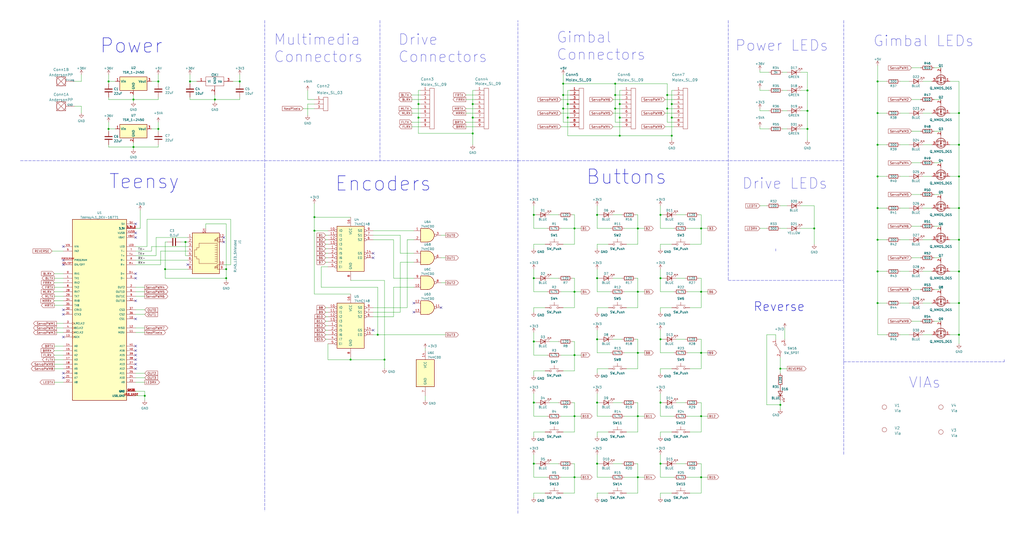
<source format=kicad_sch>
(kicad_sch (version 20211123) (generator eeschema)
  (paper "User" 575.005 299.999)
  (junction (at 322.58 163.83))
  (junction (at 265.43 66.04))
  (junction (at 265.43 58.42))
  (junction (at 347.98 76.2))
  (junction (at 316.23 53.34))
  (junction (at 176.53 121.92))
  (junction (at 106.68 45.72))
  (junction (at 374.65 60.96))
  (junction (at 370.84 120.65))
  (junction (at 538.48 63.5))
  (junction (at 370.84 190.5))
  (junction (at 492.76 116.84))
  (junction (at 335.28 260.35))
  (junction (at 492.76 170.18))
  (junction (at 134.62 45.72))
  (junction (at 538.48 170.18))
  (junction (at 370.84 260.35))
  (junction (at 377.19 66.04))
  (junction (at 492.76 63.5))
  (junction (at 92.71 151.13))
  (junction (at 393.7 267.97))
  (junction (at 318.77 66.04))
  (junction (at 393.7 128.27))
  (junction (at 492.76 152.4))
  (junction (at 127 156.21))
  (junction (at 347.98 66.04))
  (junction (at 120.65 55.88))
  (junction (at 438.15 227.33))
  (junction (at 316.23 60.96))
  (junction (at 358.14 198.12))
  (junction (at 88.9 45.72))
  (junction (at 60.96 72.39))
  (junction (at 335.28 156.21))
  (junction (at 358.14 233.68))
  (junction (at 370.84 226.06))
  (junction (at 393.7 198.12))
  (junction (at 74.93 55.88))
  (junction (at 492.76 45.72))
  (junction (at 538.48 99.06))
  (junction (at 234.95 66.04))
  (junction (at 335.28 190.5))
  (junction (at 322.58 267.97))
  (junction (at 322.58 199.39))
  (junction (at 322.58 128.27))
  (junction (at 457.2 128.27))
  (junction (at 60.96 45.72))
  (junction (at 318.77 58.42))
  (junction (at 538.48 81.28))
  (junction (at 538.48 134.62))
  (junction (at 265.43 74.93))
  (junction (at 453.39 62.23))
  (junction (at 492.76 99.06))
  (junction (at 104.14 135.89))
  (junction (at 538.48 152.4))
  (junction (at 453.39 50.8))
  (junction (at 299.72 120.65))
  (junction (at 234.95 58.42))
  (junction (at 358.14 128.27))
  (junction (at 335.28 120.65))
  (junction (at 492.76 134.62))
  (junction (at 393.7 163.83))
  (junction (at 374.65 53.34))
  (junction (at 335.28 226.06))
  (junction (at 347.98 58.42))
  (junction (at 215.9 201.93))
  (junction (at 299.72 191.77))
  (junction (at 299.72 260.35))
  (junction (at 377.19 76.2))
  (junction (at 453.39 72.39))
  (junction (at 377.19 58.42))
  (junction (at 345.44 46.99))
  (junction (at 345.44 60.96))
  (junction (at 74.93 82.55))
  (junction (at 316.23 46.99))
  (junction (at 358.14 267.97))
  (junction (at 492.76 81.28))
  (junction (at 358.14 163.83))
  (junction (at 127 151.13))
  (junction (at 299.72 156.21))
  (junction (at 299.72 226.06))
  (junction (at 370.84 156.21))
  (junction (at 196.85 201.93))
  (junction (at 81.28 222.25))
  (junction (at 88.9 72.39))
  (junction (at 538.48 187.96))
  (junction (at 438.15 207.01))
  (junction (at 345.44 53.34))
  (junction (at 538.48 116.84))
  (junction (at 322.58 233.68))
  (junction (at 393.7 233.68))
  (junction (at 212.09 187.96))
  (junction (at 176.53 129.54))
  (no_connect (at 125.73 135.89))
  (no_connect (at 125.73 133.35))
  (no_connect (at 232.41 175.26))
  (no_connect (at 232.41 170.18))
  (no_connect (at 105.41 148.59))
  (no_connect (at 76.2 168.91))
  (no_connect (at 76.2 179.07))
  (no_connect (at 76.2 153.67))
  (no_connect (at 76.2 156.21))
  (no_connect (at 76.2 133.35))
  (no_connect (at 76.2 130.81))
  (no_connect (at 76.2 125.73))
  (no_connect (at 35.56 146.05))
  (no_connect (at 35.56 148.59))
  (no_connect (at 35.56 138.43))
  (no_connect (at 35.56 173.99))
  (no_connect (at 35.56 176.53))
  (no_connect (at 35.56 189.23))
  (no_connect (at 76.2 207.01))
  (no_connect (at 76.2 204.47))
  (no_connect (at 76.2 199.39))
  (no_connect (at 76.2 194.31))
  (no_connect (at 76.2 201.93))
  (no_connect (at 76.2 196.85))
  (no_connect (at 35.56 212.09))
  (no_connect (at 35.56 209.55))
  (no_connect (at 209.55 185.42))
  (no_connect (at 209.55 142.24))
  (no_connect (at 209.55 144.78))
  (no_connect (at 247.65 172.72))
  (wire (pts (xy 234.95 50.8) (xy 236.22 50.8)))
  (wire (pts (xy 386.08 128.27) (xy 393.7 128.27)))
  (wire (pts (xy 299.72 139.7) (xy 299.72 137.16)))
  (wire (pts (xy 492.76 170.18) (xy 492.76 187.96)))
  (wire (pts (xy 320.04 50.8) (xy 318.77 50.8)))
  (wire (pts (xy 358.14 172.72) (xy 358.14 163.83)))
  (wire (pts (xy 335.28 245.11) (xy 335.28 242.57)))
  (wire (pts (xy 370.84 190.5) (xy 370.84 198.12)))
  (wire (pts (xy 322.58 199.39) (xy 326.39 199.39)))
  (wire (pts (xy 220.98 156.21) (xy 232.41 156.21)))
  (wire (pts (xy 387.35 276.86) (xy 393.7 276.86)))
  (wire (pts (xy 196.85 157.48) (xy 215.9 157.48)))
  (wire (pts (xy 127 157.48) (xy 127 156.21)))
  (wire (pts (xy 370.84 260.35) (xy 370.84 267.97)))
  (wire (pts (xy 392.43 190.5) (xy 393.7 190.5)))
  (wire (pts (xy 393.7 207.01) (xy 393.7 198.12)))
  (wire (pts (xy 308.61 260.35) (xy 313.69 260.35)))
  (wire (pts (xy 356.87 226.06) (xy 358.14 226.06)))
  (wire (pts (xy 172.72 58.42) (xy 176.53 58.42)))
  (wire (pts (xy 335.28 185.42) (xy 335.28 190.5)))
  (wire (pts (xy 60.96 55.88) (xy 74.93 55.88)))
  (wire (pts (xy 30.48 158.75) (xy 35.56 158.75)))
  (wire (pts (xy 172.72 50.8) (xy 172.72 55.88)))
  (wire (pts (xy 511.81 55.88) (xy 516.89 55.88)))
  (wire (pts (xy 386.08 198.12) (xy 393.7 198.12)))
  (wire (pts (xy 180.34 161.29) (xy 180.34 149.86)))
  (wire (pts (xy 30.48 196.85) (xy 35.56 196.85)))
  (wire (pts (xy 351.79 137.16) (xy 358.14 137.16)))
  (wire (pts (xy 524.51 73.66) (xy 528.32 73.66)))
  (wire (pts (xy 322.58 163.83) (xy 326.39 163.83)))
  (wire (pts (xy 299.72 199.39) (xy 307.34 199.39)))
  (wire (pts (xy 261.62 55.88) (xy 266.7 55.88)))
  (wire (pts (xy 88.9 41.91) (xy 88.9 45.72)))
  (wire (pts (xy 85.09 72.39) (xy 88.9 72.39)))
  (wire (pts (xy 387.35 242.57) (xy 393.7 242.57)))
  (wire (pts (xy 176.53 121.92) (xy 196.85 121.92)))
  (polyline (pts (xy 473.71 11.43) (xy 473.71 203.2)))
  (wire (pts (xy 393.7 163.83) (xy 397.51 163.83)))
  (wire (pts (xy 172.72 55.88) (xy 176.53 55.88)))
  (wire (pts (xy 60.96 45.72) (xy 60.96 46.99)))
  (wire (pts (xy 101.6 135.89) (xy 104.14 135.89)))
  (wire (pts (xy 438.15 200.66) (xy 438.15 207.01)))
  (wire (pts (xy 356.87 190.5) (xy 358.14 190.5)))
  (wire (pts (xy 335.28 156.21) (xy 335.28 163.83)))
  (wire (pts (xy 518.16 187.96) (xy 523.24 187.96)))
  (wire (pts (xy 76.2 173.99) (xy 81.28 173.99)))
  (wire (pts (xy 393.7 172.72) (xy 393.7 163.83)))
  (wire (pts (xy 81.28 222.25) (xy 81.28 224.79)))
  (wire (pts (xy 308.61 226.06) (xy 313.69 226.06)))
  (wire (pts (xy 377.19 50.8) (xy 377.19 58.42)))
  (wire (pts (xy 299.72 208.28) (xy 306.07 208.28)))
  (wire (pts (xy 449.58 50.8) (xy 453.39 50.8)))
  (wire (pts (xy 335.28 267.97) (xy 342.9 267.97)))
  (wire (pts (xy 492.76 187.96) (xy 497.84 187.96)))
  (wire (pts (xy 322.58 137.16) (xy 322.58 128.27)))
  (wire (pts (xy 335.28 233.68) (xy 342.9 233.68)))
  (wire (pts (xy 231.14 71.12) (xy 236.22 71.12)))
  (wire (pts (xy 182.88 144.78) (xy 184.15 144.78)))
  (wire (pts (xy 351.79 242.57) (xy 358.14 242.57)))
  (wire (pts (xy 370.84 156.21) (xy 372.11 156.21)))
  (polyline (pts (xy 213.36 11.43) (xy 213.36 90.17)))
  (wire (pts (xy 321.31 156.21) (xy 322.58 156.21)))
  (wire (pts (xy 115.57 128.27) (xy 115.57 125.73)))
  (wire (pts (xy 538.48 134.62) (xy 538.48 152.4)))
  (wire (pts (xy 335.28 242.57) (xy 341.63 242.57)))
  (wire (pts (xy 518.16 45.72) (xy 523.24 45.72)))
  (wire (pts (xy 261.62 68.58) (xy 266.7 68.58)))
  (wire (pts (xy 299.72 156.21) (xy 300.99 156.21)))
  (wire (pts (xy 265.43 58.42) (xy 266.7 58.42)))
  (wire (pts (xy 127 125.73) (xy 127 151.13)))
  (wire (pts (xy 106.68 45.72) (xy 106.68 46.99)))
  (wire (pts (xy 518.16 134.62) (xy 523.24 134.62)))
  (wire (pts (xy 196.85 165.1) (xy 176.53 165.1)))
  (wire (pts (xy 76.2 212.09) (xy 81.28 212.09)))
  (wire (pts (xy 492.76 45.72) (xy 492.76 63.5)))
  (wire (pts (xy 212.09 161.29) (xy 180.34 161.29)))
  (wire (pts (xy 299.72 260.35) (xy 300.99 260.35)))
  (wire (pts (xy 318.77 76.2) (xy 347.98 76.2)))
  (wire (pts (xy 316.23 41.91) (xy 316.23 46.99)))
  (wire (pts (xy 318.77 50.8) (xy 318.77 58.42)))
  (wire (pts (xy 392.43 120.65) (xy 393.7 120.65)))
  (wire (pts (xy 347.98 66.04) (xy 349.25 66.04)))
  (wire (pts (xy 370.84 185.42) (xy 370.84 190.5)))
  (wire (pts (xy 60.96 72.39) (xy 60.96 73.66)))
  (wire (pts (xy 505.46 170.18) (xy 510.54 170.18)))
  (wire (pts (xy 377.19 76.2) (xy 377.19 78.74)))
  (wire (pts (xy 392.43 260.35) (xy 393.7 260.35)))
  (wire (pts (xy 212.09 187.96) (xy 212.09 161.29)))
  (wire (pts (xy 60.96 82.55) (xy 74.93 82.55)))
  (wire (pts (xy 322.58 276.86) (xy 322.58 267.97)))
  (wire (pts (xy 182.88 175.26) (xy 184.15 175.26)))
  (wire (pts (xy 170.18 60.96) (xy 176.53 60.96)))
  (wire (pts (xy 238.76 224.79) (xy 238.76 222.25)))
  (wire (pts (xy 29.21 140.97) (xy 35.56 140.97)))
  (wire (pts (xy 314.96 55.88) (xy 320.04 55.88)))
  (wire (pts (xy 344.17 260.35) (xy 349.25 260.35)))
  (wire (pts (xy 316.23 60.96) (xy 316.23 68.58)))
  (wire (pts (xy 30.48 204.47) (xy 35.56 204.47)))
  (wire (pts (xy 505.46 134.62) (xy 510.54 134.62)))
  (wire (pts (xy 314.96 163.83) (xy 322.58 163.83)))
  (wire (pts (xy 92.71 135.89) (xy 93.98 135.89)))
  (wire (pts (xy 377.19 66.04) (xy 377.19 76.2)))
  (wire (pts (xy 265.43 50.8) (xy 265.43 58.42)))
  (wire (pts (xy 538.48 170.18) (xy 533.4 170.18)))
  (wire (pts (xy 370.84 156.21) (xy 370.84 163.83)))
  (wire (pts (xy 129.54 148.59) (xy 129.54 123.19)))
  (wire (pts (xy 335.28 279.4) (xy 335.28 276.86)))
  (wire (pts (xy 345.44 60.96) (xy 349.25 60.96)))
  (wire (pts (xy 370.84 260.35) (xy 372.11 260.35)))
  (wire (pts (xy 492.76 152.4) (xy 497.84 152.4)))
  (wire (pts (xy 349.25 68.58) (xy 345.44 68.58)))
  (wire (pts (xy 351.79 207.01) (xy 358.14 207.01)))
  (wire (pts (xy 106.68 41.91) (xy 106.68 45.72)))
  (wire (pts (xy 505.46 187.96) (xy 510.54 187.96)))
  (wire (pts (xy 358.14 163.83) (xy 361.95 163.83)))
  (wire (pts (xy 31.75 181.61) (xy 35.56 181.61)))
  (wire (pts (xy 358.14 120.65) (xy 358.14 128.27)))
  (polyline (pts (xy 435.61 139.7) (xy 435.61 140.97)))
  (wire (pts (xy 299.72 220.98) (xy 299.72 226.06)))
  (wire (pts (xy 518.16 81.28) (xy 523.24 81.28)))
  (wire (pts (xy 224.79 175.26) (xy 224.79 147.32)))
  (wire (pts (xy 370.84 226.06) (xy 372.11 226.06)))
  (wire (pts (xy 76.2 186.69) (xy 81.28 186.69)))
  (wire (pts (xy 393.7 226.06) (xy 393.7 233.68)))
  (wire (pts (xy 110.49 45.72) (xy 106.68 45.72)))
  (wire (pts (xy 182.88 182.88) (xy 184.15 182.88)))
  (wire (pts (xy 212.09 187.96) (xy 250.19 187.96)))
  (wire (pts (xy 115.57 125.73) (xy 127 125.73)))
  (wire (pts (xy 134.62 55.88) (xy 120.65 55.88)))
  (wire (pts (xy 30.48 214.63) (xy 35.56 214.63)))
  (wire (pts (xy 127 151.13) (xy 125.73 151.13)))
  (wire (pts (xy 106.68 55.88) (xy 120.65 55.88)))
  (wire (pts (xy 370.84 255.27) (xy 370.84 260.35)))
  (wire (pts (xy 505.46 63.5) (xy 510.54 63.5)))
  (wire (pts (xy 120.65 55.88) (xy 120.65 57.15)))
  (wire (pts (xy 299.72 120.65) (xy 299.72 128.27)))
  (wire (pts (xy 314.96 128.27) (xy 322.58 128.27)))
  (wire (pts (xy 322.58 267.97) (xy 326.39 267.97)))
  (wire (pts (xy 88.9 81.28) (xy 88.9 82.55)))
  (wire (pts (xy 30.48 156.21) (xy 35.56 156.21)))
  (wire (pts (xy 344.17 156.21) (xy 349.25 156.21)))
  (wire (pts (xy 234.95 50.8) (xy 234.95 58.42)))
  (wire (pts (xy 439.42 40.64) (xy 441.96 40.64)))
  (wire (pts (xy 538.48 116.84) (xy 533.4 116.84)))
  (wire (pts (xy 314.96 71.12) (xy 320.04 71.12)))
  (wire (pts (xy 538.48 134.62) (xy 533.4 134.62)))
  (wire (pts (xy 453.39 72.39) (xy 453.39 78.74)))
  (wire (pts (xy 299.72 276.86) (xy 306.07 276.86)))
  (wire (pts (xy 209.55 172.72) (xy 228.6 172.72)))
  (wire (pts (xy 220.98 161.29) (xy 220.98 177.8)))
  (wire (pts (xy 265.43 66.04) (xy 265.43 74.93)))
  (wire (pts (xy 209.55 175.26) (xy 224.79 175.26)))
  (wire (pts (xy 538.48 152.4) (xy 533.4 152.4)))
  (wire (pts (xy 234.95 66.04) (xy 234.95 74.93)))
  (wire (pts (xy 92.71 135.89) (xy 92.71 151.13)))
  (wire (pts (xy 358.14 207.01) (xy 358.14 198.12)))
  (wire (pts (xy 180.34 149.86) (xy 184.15 149.86)))
  (wire (pts (xy 182.88 177.8) (xy 184.15 177.8)))
  (wire (pts (xy 316.23 46.99) (xy 316.23 53.34)))
  (wire (pts (xy 30.48 171.45) (xy 35.56 171.45)))
  (wire (pts (xy 518.16 99.06) (xy 523.24 99.06)))
  (wire (pts (xy 511.81 127) (xy 516.89 127)))
  (wire (pts (xy 299.72 163.83) (xy 307.34 163.83)))
  (wire (pts (xy 209.55 129.54) (xy 232.41 129.54)))
  (wire (pts (xy 370.84 175.26) (xy 370.84 172.72)))
  (wire (pts (xy 373.38 55.88) (xy 378.46 55.88)))
  (wire (pts (xy 76.2 148.59) (xy 90.17 148.59)))
  (wire (pts (xy 351.79 276.86) (xy 358.14 276.86)))
  (wire (pts (xy 347.98 66.04) (xy 347.98 76.2)))
  (wire (pts (xy 64.77 72.39) (xy 60.96 72.39)))
  (wire (pts (xy 215.9 201.93) (xy 215.9 207.01)))
  (wire (pts (xy 30.48 153.67) (xy 35.56 153.67)))
  (wire (pts (xy 439.42 50.8) (xy 441.96 50.8)))
  (polyline (pts (xy 290.83 288.29) (xy 290.83 90.17)))
  (wire (pts (xy 316.23 208.28) (xy 322.58 208.28)))
  (wire (pts (xy 386.08 267.97) (xy 393.7 267.97)))
  (wire (pts (xy 379.73 156.21) (xy 384.81 156.21)))
  (wire (pts (xy 78.74 128.27) (xy 76.2 128.27)))
  (wire (pts (xy 45.72 59.69) (xy 45.72 63.5)))
  (wire (pts (xy 370.84 267.97) (xy 378.46 267.97)))
  (wire (pts (xy 318.77 66.04) (xy 320.04 66.04)))
  (wire (pts (xy 457.2 115.57) (xy 457.2 128.27)))
  (wire (pts (xy 370.84 245.11) (xy 370.84 242.57)))
  (wire (pts (xy 224.79 142.24) (xy 232.41 142.24)))
  (wire (pts (xy 209.55 132.08) (xy 224.79 132.08)))
  (wire (pts (xy 438.15 224.79) (xy 438.15 227.33)))
  (wire (pts (xy 314.96 267.97) (xy 322.58 267.97)))
  (wire (pts (xy 374.65 68.58) (xy 378.46 68.58)))
  (wire (pts (xy 322.58 260.35) (xy 322.58 267.97)))
  (wire (pts (xy 378.46 50.8) (xy 377.19 50.8)))
  (wire (pts (xy 299.72 172.72) (xy 306.07 172.72)))
  (wire (pts (xy 81.28 219.71) (xy 81.28 222.25)))
  (wire (pts (xy 215.9 157.48) (xy 215.9 201.93)))
  (wire (pts (xy 335.28 120.65) (xy 336.55 120.65)))
  (wire (pts (xy 299.72 120.65) (xy 300.99 120.65)))
  (wire (pts (xy 393.7 260.35) (xy 393.7 267.97)))
  (wire (pts (xy 524.51 162.56) (xy 528.32 162.56)))
  (wire (pts (xy 224.79 147.32) (xy 232.41 147.32)))
  (wire (pts (xy 518.16 170.18) (xy 523.24 170.18)))
  (wire (pts (xy 358.14 198.12) (xy 361.95 198.12)))
  (wire (pts (xy 335.28 190.5) (xy 335.28 198.12)))
  (wire (pts (xy 370.84 190.5) (xy 372.11 190.5)))
  (wire (pts (xy 30.48 161.29) (xy 35.56 161.29)))
  (wire (pts (xy 538.48 45.72) (xy 533.4 45.72)))
  (wire (pts (xy 176.53 165.1) (xy 176.53 129.54)))
  (wire (pts (xy 426.72 62.23) (xy 426.72 60.96)))
  (wire (pts (xy 176.53 114.3) (xy 176.53 121.92)))
  (wire (pts (xy 299.72 210.82) (xy 299.72 208.28)))
  (wire (pts (xy 438.15 229.87) (xy 438.15 227.33)))
  (wire (pts (xy 335.28 260.35) (xy 336.55 260.35)))
  (wire (pts (xy 234.95 58.42) (xy 234.95 66.04)))
  (wire (pts (xy 88.9 45.72) (xy 88.9 46.99)))
  (wire (pts (xy 492.76 63.5) (xy 492.76 81.28)))
  (wire (pts (xy 524.51 127) (xy 528.32 127)))
  (wire (pts (xy 356.87 120.65) (xy 358.14 120.65)))
  (wire (pts (xy 316.23 242.57) (xy 322.58 242.57)))
  (wire (pts (xy 41.91 59.69) (xy 45.72 59.69)))
  (wire (pts (xy 265.43 74.93) (xy 265.43 81.28)))
  (wire (pts (xy 231.14 53.34) (xy 236.22 53.34)))
  (wire (pts (xy 393.7 137.16) (xy 393.7 128.27)))
  (polyline (pts (xy 473.71 203.2) (xy 563.88 203.2)))
  (wire (pts (xy 134.62 54.61) (xy 134.62 55.88)))
  (wire (pts (xy 524.51 55.88) (xy 528.32 55.88)))
  (wire (pts (xy 370.84 172.72) (xy 377.19 172.72)))
  (wire (pts (xy 182.88 134.62) (xy 184.15 134.62)))
  (wire (pts (xy 511.81 162.56) (xy 516.89 162.56)))
  (wire (pts (xy 321.31 260.35) (xy 322.58 260.35)))
  (wire (pts (xy 238.76 195.58) (xy 238.76 196.85)))
  (wire (pts (xy 345.44 53.34) (xy 349.25 53.34)))
  (wire (pts (xy 234.95 74.93) (xy 265.43 74.93)))
  (wire (pts (xy 60.96 68.58) (xy 60.96 72.39)))
  (wire (pts (xy 393.7 190.5) (xy 393.7 198.12)))
  (wire (pts (xy 426.72 72.39) (xy 426.72 71.12)))
  (wire (pts (xy 344.17 120.65) (xy 349.25 120.65)))
  (wire (pts (xy 30.48 194.31) (xy 35.56 194.31)))
  (wire (pts (xy 518.16 63.5) (xy 523.24 63.5)))
  (wire (pts (xy 358.14 242.57) (xy 358.14 233.68)))
  (wire (pts (xy 370.84 151.13) (xy 370.84 156.21)))
  (wire (pts (xy 449.58 115.57) (xy 457.2 115.57)))
  (wire (pts (xy 350.52 233.68) (xy 358.14 233.68)))
  (wire (pts (xy 321.31 191.77) (xy 322.58 191.77)))
  (wire (pts (xy 453.39 50.8) (xy 453.39 62.23)))
  (wire (pts (xy 347.98 50.8) (xy 349.25 50.8)))
  (wire (pts (xy 505.46 99.06) (xy 510.54 99.06)))
  (wire (pts (xy 30.48 207.01) (xy 35.56 207.01)))
  (wire (pts (xy 90.17 140.97) (xy 90.17 148.59)))
  (wire (pts (xy 134.62 45.72) (xy 134.62 46.99)))
  (wire (pts (xy 322.58 208.28) (xy 322.58 199.39)))
  (wire (pts (xy 438.15 227.33) (xy 430.53 227.33)))
  (wire (pts (xy 356.87 260.35) (xy 358.14 260.35)))
  (wire (pts (xy 247.65 158.75) (xy 250.19 158.75)))
  (wire (pts (xy 30.48 199.39) (xy 35.56 199.39)))
  (wire (pts (xy 322.58 172.72) (xy 322.58 163.83)))
  (wire (pts (xy 308.61 191.77) (xy 313.69 191.77)))
  (wire (pts (xy 335.28 175.26) (xy 335.28 172.72)))
  (wire (pts (xy 78.74 118.11) (xy 78.74 128.27)))
  (wire (pts (xy 335.28 255.27) (xy 335.28 260.35)))
  (wire (pts (xy 335.28 209.55) (xy 335.28 207.01)))
  (wire (pts (xy 88.9 72.39) (xy 88.9 73.66)))
  (wire (pts (xy 335.28 207.01) (xy 341.63 207.01)))
  (wire (pts (xy 335.28 115.57) (xy 335.28 120.65)))
  (wire (pts (xy 370.84 209.55) (xy 370.84 207.01)))
  (wire (pts (xy 370.84 137.16) (xy 377.19 137.16)))
  (wire (pts (xy 308.61 156.21) (xy 313.69 156.21)))
  (wire (pts (xy 393.7 267.97) (xy 397.51 267.97)))
  (wire (pts (xy 299.72 226.06) (xy 300.99 226.06)))
  (wire (pts (xy 85.09 45.72) (xy 88.9 45.72)))
  (wire (pts (xy 347.98 50.8) (xy 347.98 58.42)))
  (wire (pts (xy 76.2 143.51) (xy 87.63 143.51)))
  (wire (pts (xy 182.88 172.72) (xy 184.15 172.72)))
  (wire (pts (xy 393.7 128.27) (xy 397.51 128.27)))
  (wire (pts (xy 247.65 132.08) (xy 250.19 132.08)))
  (wire (pts (xy 373.38 71.12) (xy 378.46 71.12)))
  (wire (pts (xy 358.14 128.27) (xy 361.95 128.27)))
  (wire (pts (xy 538.48 81.28) (xy 533.4 81.28)))
  (wire (pts (xy 314.96 63.5) (xy 320.04 63.5)))
  (wire (pts (xy 374.65 53.34) (xy 374.65 60.96)))
  (wire (pts (xy 492.76 99.06) (xy 492.76 116.84)))
  (wire (pts (xy 30.48 201.93) (xy 35.56 201.93)))
  (wire (pts (xy 505.46 45.72) (xy 510.54 45.72)))
  (wire (pts (xy 76.2 222.25) (xy 81.28 222.25)))
  (wire (pts (xy 129.54 148.59) (xy 125.73 148.59)))
  (wire (pts (xy 358.14 190.5) (xy 358.14 198.12)))
  (wire (pts (xy 538.48 63.5) (xy 533.4 63.5)))
  (wire (pts (xy 492.76 116.84) (xy 492.76 134.62)))
  (wire (pts (xy 88.9 54.61) (xy 88.9 55.88)))
  (wire (pts (xy 538.48 63.5) (xy 538.48 81.28)))
  (wire (pts (xy 76.2 138.43) (xy 82.55 138.43)))
  (wire (pts (xy 224.79 132.08) (xy 224.79 142.24)))
  (wire (pts (xy 518.16 116.84) (xy 523.24 116.84)))
  (wire (pts (xy 265.43 66.04) (xy 266.7 66.04)))
  (wire (pts (xy 172.72 58.42) (xy 172.72 64.77)))
  (wire (pts (xy 377.19 58.42) (xy 377.19 66.04)))
  (wire (pts (xy 392.43 156.21) (xy 393.7 156.21)))
  (wire (pts (xy 457.2 128.27) (xy 457.2 137.16)))
  (wire (pts (xy 30.48 163.83) (xy 35.56 163.83)))
  (wire (pts (xy 358.14 137.16) (xy 358.14 128.27)))
  (polyline (pts (xy 148.59 92.71) (xy 148.59 287.02)))
  (wire (pts (xy 345.44 46.99) (xy 374.65 46.99)))
  (wire (pts (xy 299.72 267.97) (xy 307.34 267.97)))
  (wire (pts (xy 318.77 66.04) (xy 318.77 76.2)))
  (wire (pts (xy 370.84 198.12) (xy 378.46 198.12)))
  (wire (pts (xy 322.58 120.65) (xy 322.58 128.27)))
  (wire (pts (xy 335.28 151.13) (xy 335.28 156.21)))
  (wire (pts (xy 449.58 128.27) (xy 457.2 128.27)))
  (wire (pts (xy 511.81 91.44) (xy 516.89 91.44)))
  (wire (pts (xy 299.72 115.57) (xy 299.72 120.65)))
  (wire (pts (xy 438.15 128.27) (xy 441.96 128.27)))
  (wire (pts (xy 345.44 53.34) (xy 345.44 60.96)))
  (wire (pts (xy 492.76 134.62) (xy 492.76 152.4)))
  (wire (pts (xy 370.84 233.68) (xy 378.46 233.68)))
  (polyline (pts (xy 290.83 90.17) (xy 473.71 90.17)))
  (wire (pts (xy 431.8 72.39) (xy 426.72 72.39)))
  (wire (pts (xy 335.28 137.16) (xy 341.63 137.16)))
  (wire (pts (xy 524.51 144.78) (xy 528.32 144.78)))
  (wire (pts (xy 127 151.13) (xy 127 156.21)))
  (wire (pts (xy 538.48 152.4) (xy 538.48 170.18)))
  (wire (pts (xy 299.72 191.77) (xy 299.72 199.39)))
  (wire (pts (xy 426.72 115.57) (xy 430.53 115.57)))
  (wire (pts (xy 316.23 53.34) (xy 316.23 60.96)))
  (wire (pts (xy 182.88 180.34) (xy 184.15 180.34)))
  (wire (pts (xy 492.76 45.72) (xy 497.84 45.72)))
  (wire (pts (xy 196.85 201.93) (xy 196.85 200.66)))
  (wire (pts (xy 322.58 191.77) (xy 322.58 199.39)))
  (wire (pts (xy 134.62 41.91) (xy 134.62 45.72)))
  (wire (pts (xy 321.31 120.65) (xy 322.58 120.65)))
  (wire (pts (xy 453.39 62.23) (xy 453.39 72.39)))
  (wire (pts (xy 231.14 63.5) (xy 236.22 63.5)))
  (wire (pts (xy 373.38 63.5) (xy 378.46 63.5)))
  (wire (pts (xy 344.17 55.88) (xy 349.25 55.88)))
  (wire (pts (xy 511.81 38.1) (xy 516.89 38.1)))
  (wire (pts (xy 392.43 226.06) (xy 393.7 226.06)))
  (wire (pts (xy 261.62 71.12) (xy 266.7 71.12)))
  (wire (pts (xy 322.58 233.68) (xy 326.39 233.68)))
  (wire (pts (xy 350.52 163.83) (xy 358.14 163.83)))
  (wire (pts (xy 344.17 190.5) (xy 349.25 190.5)))
  (wire (pts (xy 234.95 58.42) (xy 236.22 58.42)))
  (wire (pts (xy 265.43 50.8) (xy 266.7 50.8)))
  (wire (pts (xy 220.98 161.29) (xy 232.41 161.29)))
  (wire (pts (xy 430.53 187.96) (xy 435.61 187.96)))
  (wire (pts (xy 335.28 163.83) (xy 342.9 163.83)))
  (wire (pts (xy 231.14 55.88) (xy 236.22 55.88)))
  (wire (pts (xy 374.65 53.34) (xy 378.46 53.34)))
  (wire (pts (xy 105.41 133.35) (xy 87.63 133.35)))
  (wire (pts (xy 60.96 54.61) (xy 60.96 55.88)))
  (wire (pts (xy 321.31 226.06) (xy 322.58 226.06)))
  (wire (pts (xy 370.84 163.83) (xy 378.46 163.83)))
  (wire (pts (xy 184.15 193.04) (xy 184.15 201.93)))
  (wire (pts (xy 344.17 226.06) (xy 349.25 226.06)))
  (wire (pts (xy 76.2 214.63) (xy 81.28 214.63)))
  (wire (pts (xy 335.28 220.98) (xy 335.28 226.06)))
  (wire (pts (xy 265.43 58.42) (xy 265.43 66.04)))
  (wire (pts (xy 209.55 177.8) (xy 220.98 177.8)))
  (polyline (pts (xy 148.59 11.43) (xy 148.59 92.71)))
  (wire (pts (xy 231.14 60.96) (xy 236.22 60.96)))
  (wire (pts (xy 387.35 172.72) (xy 393.7 172.72)))
  (wire (pts (xy 318.77 58.42) (xy 318.77 66.04)))
  (wire (pts (xy 74.93 80.01) (xy 74.93 82.55)))
  (wire (pts (xy 299.72 255.27) (xy 299.72 260.35)))
  (wire (pts (xy 308.61 120.65) (xy 313.69 120.65)))
  (wire (pts (xy 358.14 260.35) (xy 358.14 267.97)))
  (wire (pts (xy 228.6 172.72) (xy 228.6 134.62)))
  (wire (pts (xy 299.72 226.06) (xy 299.72 233.68)))
  (wire (pts (xy 247.65 144.78) (xy 250.19 144.78)))
  (wire (pts (xy 374.65 60.96) (xy 378.46 60.96)))
  (wire (pts (xy 347.98 58.42) (xy 347.98 66.04)))
  (wire (pts (xy 370.84 120.65) (xy 372.11 120.65)))
  (wire (pts (xy 344.17 71.12) (xy 349.25 71.12)))
  (wire (pts (xy 518.16 152.4) (xy 523.24 152.4)))
  (wire (pts (xy 335.28 190.5) (xy 336.55 190.5)))
  (wire (pts (xy 182.88 142.24) (xy 184.15 142.24)))
  (wire (pts (xy 299.72 245.11) (xy 299.72 242.57)))
  (wire (pts (xy 505.46 152.4) (xy 510.54 152.4)))
  (wire (pts (xy 358.14 233.68) (xy 361.95 233.68)))
  (wire (pts (xy 299.72 128.27) (xy 307.34 128.27)))
  (wire (pts (xy 538.48 45.72) (xy 538.48 63.5)))
  (wire (pts (xy 299.72 137.16) (xy 306.07 137.16)))
  (wire (pts (xy 31.75 184.15) (xy 35.56 184.15)))
  (wire (pts (xy 92.71 156.21) (xy 127 156.21)))
  (wire (pts (xy 492.76 170.18) (xy 497.84 170.18)))
  (wire (pts (xy 299.72 186.69) (xy 299.72 191.77)))
  (wire (pts (xy 538.48 170.18) (xy 538.48 187.96)))
  (wire (pts (xy 322.58 242.57) (xy 322.58 233.68)))
  (wire (pts (xy 76.2 184.15) (xy 81.28 184.15)))
  (wire (pts (xy 60.96 81.28) (xy 60.96 82.55)))
  (wire (pts (xy 176.53 129.54) (xy 184.15 129.54)))
  (wire (pts (xy 299.72 156.21) (xy 299.72 163.83)))
  (wire (pts (xy 182.88 132.08) (xy 184.15 132.08)))
  (wire (pts (xy 370.84 276.86) (xy 377.19 276.86)))
  (wire (pts (xy 449.58 40.64) (xy 453.39 40.64)))
  (wire (pts (xy 430.53 187.96) (xy 430.53 227.33)))
  (wire (pts (xy 440.69 184.15) (xy 440.69 190.5)))
  (wire (pts (xy 182.88 187.96) (xy 184.15 187.96)))
  (wire (pts (xy 184.15 201.93) (xy 196.85 201.93)))
  (wire (pts (xy 524.51 180.34) (xy 528.32 180.34)))
  (wire (pts (xy 60.96 41.91) (xy 60.96 45.72)))
  (wire (pts (xy 511.81 109.22) (xy 516.89 109.22)))
  (wire (pts (xy 234.95 66.04) (xy 236.22 66.04)))
  (wire (pts (xy 538.48 99.06) (xy 538.48 116.84)))
  (wire (pts (xy 370.84 226.06) (xy 370.84 233.68)))
  (wire (pts (xy 104.14 143.51) (xy 104.14 135.89)))
  (wire (pts (xy 379.73 120.65) (xy 384.81 120.65)))
  (wire (pts (xy 76.2 176.53) (xy 81.28 176.53)))
  (wire (pts (xy 492.76 63.5) (xy 497.84 63.5)))
  (wire (pts (xy 356.87 156.21) (xy 358.14 156.21)))
  (wire (pts (xy 92.71 151.13) (xy 92.71 156.21)))
  (wire (pts (xy 358.14 226.06) (xy 358.14 233.68)))
  (wire (pts (xy 31.75 186.69) (xy 35.56 186.69)))
  (wire (pts (xy 492.76 152.4) (xy 492.76 170.18)))
  (wire (pts (xy 316.23 68.58) (xy 320.04 68.58)))
  (wire (pts (xy 379.73 260.35) (xy 384.81 260.35)))
  (wire (pts (xy 299.72 151.13) (xy 299.72 156.21)))
  (wire (pts (xy 439.42 62.23) (xy 441.96 62.23)))
  (wire (pts (xy 435.61 187.96) (xy 435.61 190.5)))
  (wire (pts (xy 370.84 279.4) (xy 370.84 276.86)))
  (wire (pts (xy 350.52 128.27) (xy 358.14 128.27)))
  (wire (pts (xy 316.23 137.16) (xy 322.58 137.16)))
  (wire (pts (xy 45.72 45.72) (xy 45.72 41.91)))
  (wire (pts (xy 182.88 147.32) (xy 184.15 147.32)))
  (wire (pts (xy 370.84 207.01) (xy 377.19 207.01)))
  (wire (pts (xy 335.28 226.06) (xy 335.28 233.68)))
  (wire (pts (xy 316.23 60.96) (xy 320.04 60.96)))
  (wire (pts (xy 377.19 58.42) (xy 378.46 58.42)))
  (polyline (pts (xy 408.94 11.43) (xy 408.94 157.48)))
  (wire (pts (xy 426.72 40.64) (xy 426.72 39.37)))
  (wire (pts (xy 87.63 133.35) (xy 87.63 143.51)))
  (wire (pts (xy 393.7 276.86) (xy 393.7 267.97)))
  (wire (pts (xy 379.73 190.5) (xy 384.81 190.5)))
  (wire (pts (xy 74.93 53.34) (xy 74.93 55.88)))
  (wire (pts (xy 524.51 109.22) (xy 528.32 109.22)))
  (wire (pts (xy 438.15 207.01) (xy 438.15 209.55)))
  (wire (pts (xy 386.08 233.68) (xy 393.7 233.68)))
  (wire (pts (xy 316.23 276.86) (xy 322.58 276.86)))
  (wire (pts (xy 393.7 156.21) (xy 393.7 163.83)))
  (wire (pts (xy 129.54 123.19) (xy 82.55 123.19)))
  (wire (pts (xy 335.28 156.21) (xy 336.55 156.21)))
  (wire (pts (xy 538.48 187.96) (xy 538.48 193.04)))
  (wire (pts (xy 374.65 60.96) (xy 374.65 68.58)))
  (wire (pts (xy 335.28 260.35) (xy 335.28 267.97)))
  (wire (pts (xy 76.2 161.29) (xy 81.28 161.29)))
  (wire (pts (xy 231.14 68.58) (xy 236.22 68.58)))
  (wire (pts (xy 386.08 163.83) (xy 393.7 163.83)))
  (wire (pts (xy 492.76 99.06) (xy 497.84 99.06)))
  (wire (pts (xy 374.65 46.99) (xy 374.65 53.34)))
  (wire (pts (xy 431.8 50.8) (xy 426.72 50.8)))
  (wire (pts (xy 335.28 226.06) (xy 336.55 226.06)))
  (wire (pts (xy 76.2 140.97) (xy 85.09 140.97)))
  (wire (pts (xy 387.35 137.16) (xy 393.7 137.16)))
  (wire (pts (xy 299.72 242.57) (xy 306.07 242.57)))
  (wire (pts (xy 314.96 233.68) (xy 322.58 233.68)))
  (wire (pts (xy 492.76 134.62) (xy 497.84 134.62)))
  (wire (pts (xy 370.84 128.27) (xy 378.46 128.27)))
  (wire (pts (xy 358.14 156.21) (xy 358.14 163.83)))
  (wire (pts (xy 318.77 58.42) (xy 320.04 58.42)))
  (wire (pts (xy 344.17 63.5) (xy 349.25 63.5)))
  (wire (pts (xy 345.44 60.96) (xy 345.44 68.58)))
  (wire (pts (xy 64.77 45.72) (xy 60.96 45.72)))
  (wire (pts (xy 92.71 151.13) (xy 105.41 151.13)))
  (wire (pts (xy 261.62 63.5) (xy 266.7 63.5)))
  (wire (pts (xy 106.68 54.61) (xy 106.68 55.88)))
  (wire (pts (xy 370.84 120.65) (xy 370.84 128.27)))
  (wire (pts (xy 299.72 175.26) (xy 299.72 172.72)))
  (wire (pts (xy 505.46 81.28) (xy 510.54 81.28)))
  (wire (pts (xy 351.79 172.72) (xy 358.14 172.72)))
  (wire (pts (xy 176.53 129.54) (xy 176.53 121.92)))
  (wire (pts (xy 393.7 242.57) (xy 393.7 233.68)))
  (wire (pts (xy 538.48 99.06) (xy 533.4 99.06)))
  (polyline (pts (xy 290.83 90.17) (xy 290.83 11.43)))
  (wire (pts (xy 209.55 134.62) (xy 220.98 134.62)))
  (wire (pts (xy 511.81 73.66) (xy 516.89 73.66)))
  (wire (pts (xy 345.44 46.99) (xy 345.44 53.34)))
  (wire (pts (xy 538.48 116.84) (xy 538.48 134.62)))
  (wire (pts (xy 426.72 128.27) (xy 430.53 128.27)))
  (wire (pts (xy 316.23 172.72) (xy 322.58 172.72)))
  (wire (pts (xy 438.15 115.57) (xy 441.96 115.57)))
  (wire (pts (xy 82.55 123.19) (xy 82.55 138.43)))
  (wire (pts (xy 261.62 53.34) (xy 266.7 53.34)))
  (wire (pts (xy 358.14 276.86) (xy 358.14 267.97)))
  (wire (pts (xy 76.2 166.37) (xy 81.28 166.37)))
  (wire (pts (xy 441.96 207.01) (xy 438.15 207.01)))
  (wire (pts (xy 74.93 55.88) (xy 74.93 57.15)))
  (wire (pts (xy 370.84 242.57) (xy 377.19 242.57)))
  (wire (pts (xy 88.9 68.58) (xy 88.9 72.39)))
  (wire (pts (xy 322.58 156.21) (xy 322.58 163.83)))
  (wire (pts (xy 220.98 134.62) (xy 220.98 156.21)))
  (wire (pts (xy 524.51 91.44) (xy 528.32 91.44)))
  (polyline (pts (xy 11.43 90.17) (xy 290.83 90.17)))
  (wire (pts (xy 358.14 267.97) (xy 361.95 267.97)))
  (wire (pts (xy 426.72 50.8) (xy 426.72 49.53)))
  (wire (pts (xy 120.65 53.34) (xy 120.65 55.88)))
  (wire (pts (xy 322.58 226.06) (xy 322.58 233.68)))
  (wire (pts (xy 88.9 82.55) (xy 74.93 82.55)))
  (wire (pts (xy 228.6 134.62) (xy 232.41 134.62)))
  (wire (pts (xy 347.98 58.42) (xy 349.25 58.42)))
  (wire (pts (xy 524.51 38.1) (xy 528.32 38.1)))
  (wire (pts (xy 322.58 128.27) (xy 326.39 128.27)))
  (wire (pts (xy 209.55 187.96) (xy 212.09 187.96)))
  (polyline (pts (xy 473.71 203.2) (xy 473.71 255.27)))
  (wire (pts (xy 316.23 53.34) (xy 320.04 53.34)))
  (wire (pts (xy 492.76 36.83) (xy 492.76 45.72)))
  (wire (pts (xy 439.42 72.39) (xy 441.96 72.39)))
  (wire (pts (xy 182.88 185.42) (xy 184.15 185.42)))
  (wire (pts (xy 196.85 201.93) (xy 215.9 201.93)))
  (wire (pts (xy 76.2 163.83) (xy 81.28 163.83)))
  (polyline (pts (xy 563.88 201.93) (xy 563.88 203.2)))
  (wire (pts (xy 299.72 279.4) (xy 299.72 276.86)))
  (wire (pts (xy 335.28 128.27) (xy 342.9 128.27)))
  (wire (pts (xy 511.81 144.78) (xy 516.89 144.78)))
  (wire (pts (xy 316.23 46.99) (xy 345.44 46.99)))
  (wire (pts (xy 393.7 198.12) (xy 397.51 198.12)))
  (wire (pts (xy 538.48 187.96) (xy 533.4 187.96)))
  (wire (pts (xy 492.76 116.84) (xy 497.84 116.84)))
  (wire (pts (xy 30.48 168.91) (xy 35.56 168.91)))
  (polyline (pts (xy 408.94 157.48) (xy 473.71 157.48)))
  (wire (pts (xy 431.8 40.64) (xy 426.72 40.64)))
  (wire (pts (xy 299.72 260.35) (xy 299.72 267.97)))
  (wire (pts (xy 30.48 166.37) (xy 35.56 166.37)))
  (wire (pts (xy 299.72 191.77) (xy 300.99 191.77)))
  (wire (pts (xy 492.76 81.28) (xy 497.84 81.28)))
  (wire (pts (xy 105.41 143.51) (xy 104.14 143.51)))
  (wire (pts (xy 511.81 180.34) (xy 516.89 180.34)))
  (wire (pts (xy 130.81 45.72) (xy 134.62 45.72)))
  (wire (pts (xy 335.28 276.86) (xy 341.63 276.86)))
  (wire (pts (xy 505.46 116.84) (xy 510.54 116.84)))
  (wire (pts (xy 76.2 209.55) (xy 81.28 209.55)))
  (wire (pts (xy 347.98 76.2) (xy 377.19 76.2)))
  (wire (pts (xy 182.88 137.16) (xy 184.15 137.16)))
  (wire (pts (xy 449.58 62.23) (xy 453.39 62.23)))
  (wire (pts (xy 335.28 172.72) (xy 341.63 172.72)))
  (wire (pts (xy 74.93 82.55) (xy 74.93 83.82)))
  (wire (pts (xy 377.19 66.04) (xy 378.46 66.04)))
  (wire (pts (xy 370.84 115.57) (xy 370.84 120.65)))
  (wire (pts (xy 88.9 55.88) (xy 74.93 55.88)))
  (wire (pts (xy 370.84 139.7) (xy 370.84 137.16)))
  (wire (pts (xy 335.28 198.12) (xy 342.9 198.12)))
  (wire (pts (xy 492.76 81.28) (xy 492.76 99.06)))
  (wire (pts (xy 41.91 45.72) (xy 45.72 45.72)))
  (wire (pts (xy 370.84 220.98) (xy 370.84 226.06)))
  (wire (pts (xy 76.2 219.71) (xy 81.28 219.71)))
  (wire (pts (xy 299.72 233.68) (xy 307.34 233.68)))
  (wire (pts (xy 85.09 138.43) (xy 85.09 140.97)))
  (wire (pts (xy 76.2 146.05) (xy 105.41 146.05)))
  (wire (pts (xy 335.28 120.65) (xy 335.28 128.27)))
  (wire (pts (xy 449.58 72.39) (xy 453.39 72.39)))
  (wire (pts (xy 350.52 198.12) (xy 358.14 198.12)))
  (wire (pts (xy 453.39 40.64) (xy 453.39 50.8)))
  (wire (pts (xy 182.88 139.7) (xy 184.15 139.7)))
  (wire (pts (xy 182.88 190.5) (xy 184.15 190.5)))
  (wire (pts (xy 379.73 226.06) (xy 384.81 226.06)))
  (wire (pts (xy 393.7 233.68) (xy 397.51 233.68)))
  (wire (pts (xy 335.28 139.7) (xy 335.28 137.16)))
  (wire (pts (xy 104.14 135.89) (xy 105.41 135.89)))
  (wire (pts (xy 350.52 267.97) (xy 358.14 267.97)))
  (wire (pts (xy 387.35 207.01) (xy 393.7 207.01)))
  (polyline (pts (xy 397.51 198.12) (xy 398.78 198.12)))
  (wire (pts (xy 105.41 138.43) (xy 85.09 138.43)))
  (wire (pts (xy 105.41 140.97) (xy 90.17 140.97)))
  (wire (pts (xy 538.48 81.28) (xy 538.48 99.06)))
  (wire (pts (xy 393.7 120.65) (xy 393.7 128.27)))
  (wire (pts (xy 431.8 62.23) (xy 426.72 62.23)))
  (wire (pts (xy 261.62 60.96) (xy 266.7 60.96)))
  (wire (pts (xy 314.96 199.39) (xy 322.58 199.39)))
  (text "Power LEDs" (at 412.75 29.21 0) (effects (font (size 6 6)) (justify left bottom)))
  (text "Power\n" (at 55.88 30.48 0) (effects (font (size 8 8) (thickness 0.254) bold) (justify left bottom)))
  (text "Drive LEDs" (at 416.56 106.68 0) (effects (font (size 6 6)) (justify left bottom)))
  (text "Encoders" (at 187.96 107.95 0) (effects (font (size 8 8) (thickness 0.254) bold) (justify left bottom)))
  (text "Multimedia\nConnectors" (at 153.67 35.56 0) (effects (font (size 6 6)) (justify left bottom)))
  (text "Teensy" (at 60.96 106.68 0) (effects (font (size 8 8) (thickness 0.254) bold) (justify left bottom)))
  (text "Reverse" (at 422.91 175.26 0) (effects (font (size 5 5) (thickness 0.254) bold) (justify left bottom)))
  (text "Gimbal\nConnectors" (at 312.42 34.29 0) (effects (font (size 6 6)) (justify left bottom)))
  (text "Gimbal LEDs" (at 490.22 26.67 0) (effects (font (size 6 6)) (justify left bottom)))
  (text "Drive\nConnectors" (at 223.52 35.56 0) (effects (font (size 6 6)) (justify left bottom)))
  (text "Buttons" (at 328.93 104.14 0) (effects (font (size 8 8) (thickness 0.254) bold) (justify left bottom)))
  (text "VIAs" (at 528.32 218.44 180) (effects (font (size 6 6)) (justify right bottom)))
  (label "TX-" (at 77.47 140.97 0))
  (label "RX+" (at 77.47 148.59 0))
  (label "RX-" (at 77.47 146.05 0))
  (label "TX+" (at 77.47 143.51 0))
  (global_label "OUT3" (shape output) (at 250.19 187.96 0) (property "Intersheet References" "${INTERSHEET_REFS}" (effects hide)))
  (global_label "MLTX" (shape input) (at 231.14 60.96 180) (property "Intersheet References" "${INTERSHEET_REFS}" (effects hide)))
  (global_label "ServoPWM1" (shape input) (at 314.96 71.12 180) (property "Intersheet References" "${INTERSHEET_REFS}" (effects hide)))
  (global_label "FLTX" (shape output) (at 30.48 201.93 180) (property "Intersheet References" "${INTERSHEET_REFS}" (effects hide)))
  (global_label "ServoPWM6" (shape input) (at 344.17 55.88 180) (property "Intersheet References" "${INTERSHEET_REFS}" (effects hide)))
  (global_label "ServoPWM4" (shape input) (at 511.81 91.44 180) (property "Intersheet References" "${INTERSHEET_REFS}" (effects hide)))
  (global_label "OUT1" (shape output) (at 250.19 144.78 0) (property "Intersheet References" "${INTERSHEET_REFS}" (effects hide)))
  (global_label "B12" (shape input) (at 182.88 182.88 180) (property "Intersheet References" "${INTERSHEET_REFS}" (effects hide)))
  (global_label "B10" (shape input) (at 182.88 177.8 180) (property "Intersheet References" "${INTERSHEET_REFS}" (effects hide)))
  (global_label "ServoPWM7" (shape input) (at 511.81 144.78 180) (property "Intersheet References" "${INTERSHEET_REFS}" (effects hide)))
  (global_label "FLRX" (shape output) (at 231.14 71.12 180) (property "Intersheet References" "${INTERSHEET_REFS}" (effects hide)))
  (global_label "ServoPWM3" (shape input) (at 314.96 55.88 180) (property "Intersheet References" "${INTERSHEET_REFS}" (effects hide)))
  (global_label "B14" (shape input) (at 182.88 187.96 180) (property "Intersheet References" "${INTERSHEET_REFS}" (effects hide)))
  (global_label "ServoPWM7" (shape input) (at 373.38 55.88 180) (property "Intersheet References" "${INTERSHEET_REFS}" (effects hide)))
  (global_label "B10" (shape output) (at 326.39 233.68 0) (property "Intersheet References" "${INTERSHEET_REFS}" (effects hide)))
  (global_label "BRTX" (shape output) (at 30.48 194.31 180) (property "Intersheet References" "${INTERSHEET_REFS}" (effects hide)))
  (global_label "B15" (shape output) (at 397.51 267.97 0) (property "Intersheet References" "${INTERSHEET_REFS}" (effects hide)))
  (global_label "B6" (shape input) (at 182.88 144.78 180) (property "Intersheet References" "${INTERSHEET_REFS}" (effects hide)))
  (global_label "FLTX" (shape input) (at 231.14 68.58 180) (property "Intersheet References" "${INTERSHEET_REFS}" (effects hide)))
  (global_label "B9" (shape input) (at 182.88 175.26 180) (property "Intersheet References" "${INTERSHEET_REFS}" (effects hide)))
  (global_label "MRTX" (shape output) (at 30.48 171.45 180) (property "Intersheet References" "${INTERSHEET_REFS}" (effects hide)))
  (global_label "ServoPWM5" (shape input) (at 511.81 109.22 180) (property "Intersheet References" "${INTERSHEET_REFS}" (effects hide)))
  (global_label "BLTX" (shape output) (at 30.48 156.21 180) (property "Intersheet References" "${INTERSHEET_REFS}" (effects hide)))
  (global_label "BRTX" (shape input) (at 261.62 68.58 180) (property "Intersheet References" "${INTERSHEET_REFS}" (effects hide)))
  (global_label "ServoPWM5" (shape input) (at 344.17 63.5 180) (property "Intersheet References" "${INTERSHEET_REFS}" (effects hide)))
  (global_label "ServoPWM9" (shape output) (at 30.48 204.47 180) (property "Intersheet References" "${INTERSHEET_REFS}" (effects hide)))
  (global_label "BRRX" (shape output) (at 261.62 71.12 180) (property "Intersheet References" "${INTERSHEET_REFS}" (effects hide)))
  (global_label "BRRX" (shape input) (at 30.48 196.85 180) (property "Intersheet References" "${INTERSHEET_REFS}" (effects hide)))
  (global_label "B7" (shape input) (at 182.88 147.32 180) (property "Intersheet References" "${INTERSHEET_REFS}" (effects hide)))
  (global_label "OUT2" (shape input) (at 81.28 209.55 0) (property "Intersheet References" "${INTERSHEET_REFS}" (effects hide)))
  (global_label "OUT3" (shape input) (at 81.28 212.09 0) (property "Intersheet References" "${INTERSHEET_REFS}" (effects hide)))
  (global_label "B9" (shape output) (at 397.51 198.12 0) (property "Intersheet References" "${INTERSHEET_REFS}" (effects hide)))
  (global_label "REVERSE" (shape input) (at 29.21 140.97 180) (property "Intersheet References" "${INTERSHEET_REFS}" (effects hide)))
  (global_label "OUT2" (shape output) (at 250.19 158.75 0) (property "Intersheet References" "${INTERSHEET_REFS}" (effects hide)))
  (global_label "BLTX" (shape input) (at 231.14 53.34 180) (property "Intersheet References" "${INTERSHEET_REFS}" (effects hide)))
  (global_label "ServoPWM1" (shape input) (at 511.81 38.1 180) (property "Intersheet References" "${INTERSHEET_REFS}" (effects hide)))
  (global_label "B2" (shape input) (at 182.88 134.62 180) (property "Intersheet References" "${INTERSHEET_REFS}" (effects hide)))
  (global_label "B4" (shape input) (at 182.88 139.7 180) (property "Intersheet References" "${INTERSHEET_REFS}" (effects hide)))
  (global_label "B15" (shape input) (at 182.88 190.5 180) (property "Intersheet References" "${INTERSHEET_REFS}" (effects hide)))
  (global_label "B2" (shape output) (at 361.95 128.27 0) (property "Intersheet References" "${INTERSHEET_REFS}" (effects hide)))
  (global_label "FRTX" (shape input) (at 261.62 53.34 180) (property "Intersheet References" "${INTERSHEET_REFS}" (effects hide)))
  (global_label "B11" (shape input) (at 182.88 180.34 180) (property "Intersheet References" "${INTERSHEET_REFS}" (effects hide)))
  (global_label "FRTX" (shape output) (at 30.48 161.29 180) (property "Intersheet References" "${INTERSHEET_REFS}" (effects hide)))
  (global_label "B3" (shape input) (at 182.88 137.16 180) (property "Intersheet References" "${INTERSHEET_REFS}" (effects hide)))
  (global_label "B8" (shape output) (at 361.95 198.12 0) (property "Intersheet References" "${INTERSHEET_REFS}" (effects hide)))
  (global_label "ServoPWM2" (shape input) (at 314.96 63.5 180) (property "Intersheet References" "${INTERSHEET_REFS}" (effects hide)))
  (global_label "NeoPixels" (shape output) (at 81.28 186.69 0) (property "Intersheet References" "${INTERSHEET_REFS}" (effects hide)))
  (global_label "B1" (shape output) (at 326.39 128.27 0) (property "Intersheet References" "${INTERSHEET_REFS}" (effects hide)))
  (global_label "B13" (shape output) (at 326.39 267.97 0) (property "Intersheet References" "${INTERSHEET_REFS}" (effects hide)))
  (global_label "ServoPWM4" (shape input) (at 344.17 71.12 180) (property "Intersheet References" "${INTERSHEET_REFS}" (effects hide)))
  (global_label "BLRX" (shape output) (at 231.14 55.88 180) (property "Intersheet References" "${INTERSHEET_REFS}" (effects hide)))
  (global_label "ServoPWM8" (shape output) (at 30.48 207.01 180) (property "Intersheet References" "${INTERSHEET_REFS}" (effects hide)))
  (global_label "ServoPWM8" (shape input) (at 373.38 63.5 180) (property "Intersheet References" "${INTERSHEET_REFS}" (effects hide)))
  (global_label "B12" (shape output) (at 397.51 233.68 0) (property "Intersheet References" "${INTERSHEET_REFS}" (effects hide)))
  (global_label "MLTX" (shape output) (at 30.48 166.37 180) (property "Intersheet References" "${INTERSHEET_REFS}" (effects hide)))
  (global_label "ServoPWM9" (shape input) (at 511.81 180.34 180) (property "Intersheet References" "${INTERSHEET_REFS}" (effects hide)))
  (global_label "B14" (shape output) (at 361.95 267.97 0) (property "Intersheet References" "${INTERSHEET_REFS}" (effects hide)))
  (global_label "ServoPWM6" (shape output) (at 81.28 166.37 0) (property "Intersheet References" "${INTERSHEET_REFS}" (effects hide)))
  (global_label "ServoPWM3" (shape output) (at 31.75 186.69 180) (property "Intersheet References" "${INTERSHEET_REFS}" (effects hide)))
  (global_label "ServoPWM8" (shape input) (at 511.81 162.56 180) (property "Intersheet References" "${INTERSHEET_REFS}" (effects hide)))
  (global_label "LEDTX" (shape output) (at 30.48 214.63 180) (property "Intersheet References" "${INTERSHEET_REFS}" (effects hide)))
  (global_label "ServoPWM7" (shape output) (at 81.28 184.15 0) (property "Intersheet References" "${INTERSHEET_REFS}" (effects hide)))
  (global_label "LEDRX" (shape output) (at 81.28 214.63 0) (property "Intersheet References" "${INTERSHEET_REFS}" (effects hide)))
  (global_label "BLRX" (shape input) (at 30.48 153.67 180) (property "Intersheet References" "${INTERSHEET_REFS}" (effects hide)))
  (global_label "B13" (shape input) (at 182.88 185.42 180) (property "Intersheet References" "${INTERSHEET_REFS}" (effects hide)))
  (global_label "B1" (shape input) (at 182.88 132.08 180) (property "Intersheet References" "${INTERSHEET_REFS}" (effects hide)))
  (global_label "B11" (shape output) (at 361.95 233.68 0) (property "Intersheet References" "${INTERSHEET_REFS}" (effects hide)))
  (global_label "ServoPWM4" (shape output) (at 81.28 161.29 0) (property "Intersheet References" "${INTERSHEET_REFS}" (effects hide)))
  (global_label "OUT0" (shape output) (at 250.19 132.08 0) (property "Intersheet References" "${INTERSHEET_REFS}" (effects hide)))
  (global_label "ServoPWM1" (shape output) (at 31.75 181.61 180) (property "Intersheet References" "${INTERSHEET_REFS}" (effects hide)))
  (global_label "B8" (shape input) (at 182.88 172.72 180) (property "Intersheet References" "${INTERSHEET_REFS}" (effects hide)))
  (global_label "B5" (shape input) (at 182.88 142.24 180) (property "Intersheet References" "${INTERSHEET_REFS}" (effects hide)))
  (global_label "MRTX" (shape input) (at 261.62 60.96 180) (property "Intersheet References" "${INTERSHEET_REFS}" (effects hide)))
  (global_label "OUT0" (shape input) (at 81.28 173.99 0) (property "Intersheet References" "${INTERSHEET_REFS}" (effects hide)))
  (global_label "FRRX" (shape output) (at 261.62 55.88 180) (property "Intersheet References" "${INTERSHEET_REFS}" (effects hide)))
  (global_label "FLRX" (shape input) (at 30.48 199.39 180) (property "Intersheet References" "${INTERSHEET_REFS}" (effects hide)))
  (global_label "LEDTX" (shape input) (at 426.72 115.57 180) (property "Intersheet References" "${INTERSHEET_REFS}" (effects hide)))
  (global_label "ServoPWM2" (shape output) (at 31.75 184.15 180) (property "Intersheet References" "${INTERSHEET_REFS}" (effects hide)))
  (global_label "ServoPWM2" (shape input) (at 511.81 55.88 180) (property "Intersheet References" "${INTERSHEET_REFS}" (effects hide)))
  (global_label "MLRX" (shape input) (at 30.48 163.83 180) (property "Intersheet References" "${INTERSHEET_REFS}" (effects hide)))
  (global_label "NeoPixels" (shape input) (at 170.18 60.96 180) (property "Intersheet References" "${INTERSHEET_REFS}" (effects hide)))
  (global_label "B7" (shape output) (at 326.39 199.39 0) (property "Intersheet References" "${INTERSHEET_REFS}" (effects hide)))
  (global_label "ServoPWM3" (shape input) (at 511.81 73.66 180) (property "Intersheet References" "${INTERSHEET_REFS}" (effects hide)))
  (global_label "REVERSE" (shape output) (at 441.96 207.01 0) (property "Intersheet References" "${INTERSHEET_REFS}" (effects hide)))
  (global_label "ServoPWM5" (shape output) (at 81.28 163.83 0) (property "Intersheet References" "${INTERSHEET_REFS}" (effects hide)))
  (global_label "LEDRX" (shape input) (at 426.72 128.27 180) (property "Intersheet References" "${INTERSHEET_REFS}" (effects hide)))
  (global_label "MRRX" (shape output) (at 261.62 63.5 180) (property "Intersheet References" "${INTERSHEET_REFS}" (effects hide)))
  (global_label "MLRX" (shape output) (at 231.14 63.5 180) (property "Intersheet References" "${INTERSHEET_REFS}" (effects hide)))
  (global_label "B3" (shape output) (at 397.51 128.27 0) (property "Intersheet References" "${INTERSHEET_REFS}" (effects hide)))
  (global_label "OUT1" (shape input) (at 81.28 176.53 0) (property "Intersheet References" "${INTERSHEET_REFS}" (effects hide)))
  (global_label "ServoPWM6" (shape input) (at 511.81 127 180) (property "Intersheet References" "${INTERSHEET_REFS}" (effects hide)))
  (global_label "B6" (shape output) (at 397.51 163.83 0) (property "Intersheet References" "${INTERSHEET_REFS}" (effects hide)))
  (global_label "B4" (shape output) (at 326.39 163.83 0) (property "Intersheet References" "${INTERSHEET_REFS}" (effects hide)))
  (global_label "FRRX" (shape input) (at 30.48 158.75 180) (property "Intersheet References" "${INTERSHEET_REFS}" (effects hide)))
  (global_label "ServoPWM9" (shape input) (at 373.38 71.12 180) (property "Intersheet References" "${INTERSHEET_REFS}" (effects hide)))
  (global_label "MRRX" (shape input) (at 30.48 168.91 180) (property "Intersheet References" "${INTERSHEET_REFS}" (effects hide)))
  (global_label "B5" (shape output) (at 361.95 163.83 0) (property "Intersheet References" "${INTERSHEET_REFS}" (effects hide)))
  (symbol (lib_id "Regulator_Switching:TSR_1-2450") (at 74.93 74.93 0) (unit 1)
    (property "Reference" "U7" (at 74.93 64.77 0))
    (property "Value" "TSR_1-2450" (at 74.93 67.31 0))
    (property "Footprint" "MRDT_Devices:TSR_1-2433" (effects hide))
    (property "Datasheet" "http://www.tracopower.com/products/tsr1.pdf" (effects hide))
  )
  (symbol (lib_id "Device:R") (at 388.62 190.5 270) (unit 1)
    (property "Reference" "R28" (at 388.62 193.04 90))
    (property "Value" "120" (at 388.62 190.5 90))
    (property "Footprint" "Resistor_SMD:R_0603_1608Metric_Pad0.98x0.95mm_HandSolder" (effects hide))
  )
  (symbol (lib_id "power:GND") (at 299.72 210.82 0) (unit 1)
    (property "Reference" "#PWR024" (effects hide))
    (property "Value" "GND" (at 301.625 212.5238 0) (effects (justify left)))
  )
  (symbol (lib_id "Regulator_Switching:TSR_1-2450") (at 74.93 48.26 0) (unit 1)
    (property "Reference" "U2" (at 74.93 38.1 0))
    (property "Value" "TSR_1-2450" (at 74.93 40.64 0))
    (property "Footprint" "MRDT_Devices:TSR_1-2433" (effects hide))
    (property "Datasheet" "http://www.tracopower.com/products/tsr1.pdf" (effects hide))
  )
  (symbol (lib_id "power:+3V3") (at 370.84 151.13 0) (unit 1)
    (property "Reference" "#PWR042" (effects hide))
    (property "Value" "+3V3" (at 370.84 147.5542 0))
  )
  (symbol (lib_id "Device:Q_NMOS_DGS") (at 528.32 114.3 270) (unit 1)
    (property "Reference" "Q5" (at 528.32 107.95 90))
    (property "Value" "Q_NMOS_DGS" (at 528.32 120.65 90))
    (property "Footprint" "Package_TO_SOT_SMD:SOT-23" (effects hide))
  )
  (symbol (lib_id "Switch:SW_Push") (at 346.71 172.72 0) (unit 1)
    (property "Reference" "SW5" (at 346.71 167.64 0))
    (property "Value" "SW_Push" (at 346.71 175.26 0))
    (property "Footprint" "Button_Switch_SMD:SW_SPST_TL3305A" (effects hide))
  )
  (symbol (lib_id "power:GND") (at 438.15 229.87 0) (unit 1)
    (property "Reference" "#PWR054" (effects hide))
    (property "Value" "GND" (at 437.7162 233.045 0) (effects (justify right)))
  )
  (symbol (lib_id "power:GND") (at 370.84 279.4 0) (unit 1)
    (property "Reference" "#PWR049" (effects hide))
    (property "Value" "GND" (at 372.745 281.1038 0) (effects (justify left)))
  )
  (symbol (lib_id "power:GND") (at 45.72 63.5 0) (unit 1)
    (property "Reference" "#PWR02" (effects hide))
    (property "Value" "GND" (at 45.72 67.9434 0))
  )
  (symbol (lib_id "Device:R") (at 353.06 260.35 270) (unit 1)
    (property "Reference" "R20" (at 353.06 262.89 90))
    (property "Value" "120" (at 353.06 260.35 90))
    (property "Footprint" "Resistor_SMD:R_0603_1608Metric_Pad0.98x0.95mm_HandSolder" (effects hide))
  )
  (symbol (lib_id "power:+3V3") (at 299.72 186.69 0) (unit 1)
    (property "Reference" "#PWR023" (effects hide))
    (property "Value" "+3V3" (at 299.72 183.1142 0))
  )
  (symbol (lib_id "Device:R") (at 382.27 233.68 90) (unit 1)
    (property "Reference" "R24" (at 382.27 231.14 90))
    (property "Value" "4.7k" (at 382.27 233.68 90))
    (property "Footprint" "Resistor_SMD:R_0603_1608Metric_Pad0.98x0.95mm_HandSolder" (effects hide))
  )
  (symbol (lib_id "Device:R") (at 346.71 233.68 90) (unit 1)
    (property "Reference" "R14" (at 346.71 231.14 90))
    (property "Value" "4.7k" (at 346.71 233.68 90))
    (property "Footprint" "Resistor_SMD:R_0603_1608Metric_Pad0.98x0.95mm_HandSolder" (effects hide))
  )
  (symbol (lib_id "power:+3V3") (at 335.28 151.13 0) (unit 1)
    (property "Reference" "#PWR032" (effects hide))
    (property "Value" "+3V3" (at 335.28 147.5542 0))
  )
  (symbol (lib_id "power:+3V3") (at 370.84 185.42 0) (unit 1)
    (property "Reference" "#PWR044" (effects hide))
    (property "Value" "+3V3" (at 370.84 181.8442 0))
  )
  (symbol (lib_id "Device:R") (at 520.7 162.56 90) (unit 1)
    (property "Reference" "R53" (at 520.7 160.02 90))
    (property "Value" "510" (at 520.7 162.56 90))
    (property "Footprint" "Resistor_SMD:R_0603_1608Metric_Pad0.98x0.95mm_HandSolder" (effects hide))
  )
  (symbol (lib_id "power:+5VA") (at 172.72 50.8 0) (unit 1)
    (property "Reference" "#PWR0106" (effects hide))
    (property "Value" "+5VA" (at 172.72 45.72 0))
  )
  (symbol (lib_id "Device:R") (at 520.7 144.78 90) (unit 1)
    (property "Reference" "R52" (at 520.7 142.24 90))
    (property "Value" "510" (at 520.7 144.78 90))
    (property "Footprint" "Resistor_SMD:R_0603_1608Metric_Pad0.98x0.95mm_HandSolder" (effects hide))
  )
  (symbol (lib_id "power:GND") (at 299.72 175.26 0) (unit 1)
    (property "Reference" "#PWR022" (effects hide))
    (property "Value" "GND" (at 301.625 176.9638 0) (effects (justify left)))
  )
  (symbol (lib_id "Device:Q_NMOS_DGS") (at 528.32 60.96 270) (unit 1)
    (property "Reference" "Q2" (at 528.32 54.61 90))
    (property "Value" "Q_NMOS_DGS" (at 528.32 67.31 90))
    (property "Footprint" "Package_TO_SOT_SMD:SOT-23" (effects hide))
  )
  (symbol (lib_id "Device:R") (at 388.62 120.65 270) (unit 1)
    (property "Reference" "R26" (at 388.62 123.19 90))
    (property "Value" "120" (at 388.62 120.65 90))
    (property "Footprint" "Resistor_SMD:R_0603_1608Metric_Pad0.98x0.95mm_HandSolder" (effects hide))
  )
  (symbol (lib_id "Device:R") (at 382.27 128.27 90) (unit 1)
    (property "Reference" "R21" (at 382.27 125.73 90))
    (property "Value" "4.7k" (at 382.27 128.27 90))
    (property "Footprint" "Resistor_SMD:R_0603_1608Metric_Pad0.98x0.95mm_HandSolder" (effects hide))
  )
  (symbol (lib_id "MRDT_Connectors:Molex_SL_03") (at 181.61 62.23 0) (unit 1)
    (property "Reference" "Conn2" (at 177.8 48.26 0) (effects (font (size 1.524 1.524)) (justify left)))
    (property "Value" "Molex_SL_03" (at 177.8 52.07 0) (effects (font (size 1.524 1.524)) (justify left)))
    (property "Footprint" "MRDT_Connectors:MOLEX_SL_03_Vertical" (effects hide))
  )
  (symbol (lib_id "power:GND") (at 370.84 245.11 0) (unit 1)
    (property "Reference" "#PWR047" (effects hide))
    (property "Value" "GND" (at 372.745 246.8138 0) (effects (justify left)))
  )
  (symbol (lib_id "Device:R") (at 317.5 260.35 270) (unit 1)
    (property "Reference" "R10" (at 317.5 262.89 90))
    (property "Value" "120" (at 317.5 260.35 90))
    (property "Footprint" "Resistor_SMD:R_0603_1608Metric_Pad0.98x0.95mm_HandSolder" (effects hide))
  )
  (symbol (lib_id "Device:C") (at 134.62 50.8 0) (unit 1)
    (property "Reference" "C5" (at 137.541 49.9653 0) (effects (justify left)))
    (property "Value" "10uF" (at 137.541 52.5022 0) (effects (justify left)))
    (property "Footprint" "Capacitor_SMD:C_0603_1608Metric_Pad1.08x0.95mm_HandSolder" (effects hide))
  )
  (symbol (lib_id "Device:LED") (at 340.36 260.35 180) (unit 1)
    (property "Reference" "D10" (at 340.36 257.81 0))
    (property "Value" "BLUE" (at 340.36 262.89 0))
    (property "Footprint" "LED_SMD:LED_0603_1608Metric_Pad1.05x0.95mm_HandSolder" (effects hide))
  )
  (symbol (lib_id "Device:R") (at 311.15 233.68 90) (unit 1)
    (property "Reference" "R4" (at 311.15 231.14 90))
    (property "Value" "4.7k" (at 311.15 233.68 90))
    (property "Footprint" "Resistor_SMD:R_0603_1608Metric_Pad0.98x0.95mm_HandSolder" (effects hide))
  )
  (symbol (lib_id "power:+3V3") (at 134.62 41.91 0) (unit 1)
    (property "Reference" "#PWR010" (effects hide))
    (property "Value" "+3V3" (at 134.62 38.3342 0))
  )
  (symbol (lib_id "power:+3V3") (at 299.72 255.27 0) (unit 1)
    (property "Reference" "#PWR027" (effects hide))
    (property "Value" "+3V3" (at 299.72 251.6942 0))
  )
  (symbol (lib_id "Device:LED") (at 340.36 226.06 180) (unit 1)
    (property "Reference" "D9" (at 340.36 223.52 0))
    (property "Value" "BLUE" (at 340.36 228.6 0))
    (property "Footprint" "LED_SMD:LED_0603_1608Metric_Pad1.05x0.95mm_HandSolder" (effects hide))
  )
  (symbol (lib_id "power:GND") (at 299.72 139.7 0) (unit 1)
    (property "Reference" "#PWR020" (effects hide))
    (property "Value" "GND" (at 301.625 141.4038 0) (effects (justify left)))
  )
  (symbol (lib_id "power:GND") (at 370.84 209.55 0) (unit 1)
    (property "Reference" "#PWR045" (effects hide))
    (property "Value" "GND" (at 372.745 211.2538 0) (effects (justify left)))
  )
  (symbol (lib_id "Device:Q_NMOS_DGS") (at 528.32 78.74 270) (unit 1)
    (property "Reference" "Q3" (at 528.32 72.39 90))
    (property "Value" "Q_NMOS_DGS" (at 528.32 85.09 90))
    (property "Footprint" "Package_TO_SOT_SMD:SOT-23" (effects hide))
  )
  (symbol (lib_id "power:+3V3") (at 299.72 115.57 0) (unit 1)
    (property "Reference" "#PWR019" (effects hide))
    (property "Value" "+3V3" (at 299.72 111.9942 0))
  )
  (symbol (lib_id "Device:LED") (at 304.8 260.35 180) (unit 1)
    (property "Reference" "D5" (at 304.8 257.81 0))
    (property "Value" "BLUE" (at 304.8 262.89 0))
    (property "Footprint" "LED_SMD:LED_0603_1608Metric_Pad1.05x0.95mm_HandSolder" (effects hide))
  )
  (symbol (lib_id "Device:LED") (at 514.35 63.5 180) (unit 1)
    (property "Reference" "D23" (at 514.35 60.96 0))
    (property "Value" "BLUE" (at 514.35 66.04 0))
    (property "Footprint" "LED_SMD:LED_0603_1608Metric_Pad1.05x0.95mm_HandSolder" (effects hide))
  )
  (symbol (lib_id "Device:C") (at 88.9 50.8 0) (unit 1)
    (property "Reference" "C2" (at 92.71 49.5299 0) (effects (justify left)))
    (property "Value" "22uF" (at 92.71 52.0699 0) (effects (justify left)))
    (property "Footprint" "Capacitor_SMD:C_0603_1608Metric_Pad1.08x0.95mm_HandSolder" (effects hide))
  )
  (symbol (lib_id "power:GND") (at 335.28 245.11 0) (unit 1)
    (property "Reference" "#PWR037" (effects hide))
    (property "Value" "GND" (at 337.185 246.8138 0) (effects (justify left)))
  )
  (symbol (lib_id "Device:R") (at 501.65 99.06 270) (unit 1)
    (property "Reference" "R40" (at 501.65 101.6 90))
    (property "Value" "300" (at 501.65 99.06 90))
    (property "Footprint" "Resistor_SMD:R_0603_1608Metric_Pad0.98x0.95mm_HandSolder" (effects hide))
  )
  (symbol (lib_id "Device:R") (at 520.7 55.88 90) (unit 1)
    (property "Reference" "R47" (at 520.7 53.34 90))
    (property "Value" "510" (at 520.7 55.88 90))
    (property "Footprint" "Resistor_SMD:R_0603_1608Metric_Pad0.98x0.95mm_HandSolder" (effects hide))
  )
  (symbol (lib_id "Device:R") (at 435.61 62.23 90) (unit 1)
    (property "Reference" "R36" (at 435.61 59.69 90))
    (property "Value" "100" (at 435.61 62.23 90))
    (property "Footprint" "Resistor_SMD:R_0603_1608Metric_Pad0.98x0.95mm_HandSolder" (effects hide))
  )
  (symbol (lib_id "Device:LED") (at 304.8 156.21 180) (unit 1)
    (property "Reference" "D2" (at 304.8 153.67 0))
    (property "Value" "BLUE" (at 304.8 158.75 0))
    (property "Footprint" "LED_SMD:LED_0603_1608Metric_Pad1.05x0.95mm_HandSolder" (effects hide))
  )
  (symbol (lib_id "Device:C") (at 60.96 50.8 0) (unit 1)
    (property "Reference" "C1" (at 63.881 49.9653 0) (effects (justify left)))
    (property "Value" "22uF" (at 63.881 52.5022 0) (effects (justify left)))
    (property "Footprint" "Capacitor_THT:CP_Radial_D5.0mm_P2.00mm" (effects hide))
  )
  (symbol (lib_id "Device:LED") (at 375.92 190.5 180) (unit 1)
    (property "Reference" "D13" (at 375.92 187.96 0))
    (property "Value" "BLUE" (at 375.92 193.04 0))
    (property "Footprint" "LED_SMD:LED_0603_1608Metric_Pad1.05x0.95mm_HandSolder" (effects hide))
  )
  (symbol (lib_id "74xx:74HC00") (at 238.76 209.55 0) (unit 5)
    (property "Reference" "U6" (at 240.03 198.12 0) (effects (justify left)))
    (property "Value" "74HC00" (at 240.03 200.6569 0) (effects (justify left)))
    (property "Footprint" "Package_SO:SO-14_5.3x10.2mm_P1.27mm" (effects hide))
    (property "Datasheet" "http://www.ti.com/lit/gpn/sn74hc00" (effects hide))
  )
  (symbol (lib_id "power:+3V3") (at 370.84 255.27 0) (unit 1)
    (property "Reference" "#PWR048" (effects hide))
    (property "Value" "+3V3" (at 370.84 251.6942 0))
  )
  (symbol (lib_id "power:+36V") (at 45.72 41.91 0) (unit 1)
    (property "Reference" "#PWR01" (effects hide))
    (property "Value" "+36V" (at 45.72 38.3342 0))
  )
  (symbol (lib_id "power:GND") (at 453.39 78.74 0) (unit 1)
    (property "Reference" "#PWR056" (effects hide))
    (property "Value" "GND" (at 453.39 83.1834 0))
  )
  (symbol (lib_id "Device:R") (at 353.06 120.65 270) (unit 1)
    (property "Reference" "R16" (at 353.06 123.19 90))
    (property "Value" "120" (at 353.06 120.65 90))
    (property "Footprint" "Resistor_SMD:R_0603_1608Metric_Pad0.98x0.95mm_HandSolder" (effects hide))
  )
  (symbol (lib_id "power:+3V3") (at 335.28 115.57 0) (unit 1)
    (property "Reference" "#PWR030" (effects hide))
    (property "Value" "+3V3" (at 335.28 111.9942 0))
  )
  (symbol (lib_id "Device:R") (at 311.15 199.39 90) (unit 1)
    (property "Reference" "R3" (at 311.15 196.85 90))
    (property "Value" "4.7k" (at 311.15 199.39 90))
    (property "Footprint" "Resistor_SMD:R_0603_1608Metric_Pad0.98x0.95mm_HandSolder" (effects hide))
  )
  (symbol (lib_id "power:+3V3") (at 335.28 220.98 0) (unit 1)
    (property "Reference" "#PWR036" (effects hide))
    (property "Value" "+3V3" (at 335.28 217.4042 0))
  )
  (symbol (lib_id "Switch:SW_Push") (at 311.15 242.57 0) (unit 1)
    (property "Reference" "SW10" (at 311.15 237.49 0))
    (property "Value" "SW_Push" (at 311.15 245.11 0))
    (property "Footprint" "Button_Switch_SMD:SW_SPST_TL3305A" (effects hide))
  )
  (symbol (lib_id "Device:Q_NMOS_DGS") (at 528.32 149.86 270) (unit 1)
    (property "Reference" "Q7" (at 528.32 143.51 90))
    (property "Value" "Q_NMOS_DGS" (at 528.32 156.21 90))
    (property "Footprint" "Package_TO_SOT_SMD:SOT-23" (effects hide))
  )
  (symbol (lib_id "Device:R") (at 382.27 163.83 90) (unit 1)
    (property "Reference" "R22" (at 382.27 161.29 90))
    (property "Value" "4.7k" (at 382.27 163.83 90))
    (property "Footprint" "Resistor_SMD:R_0603_1608Metric_Pad0.98x0.95mm_HandSolder" (effects hide))
  )
  (symbol (lib_id "Device:LED") (at 445.77 128.27 180) (unit 1)
    (property "Reference" "D21" (at 445.77 125.73 0))
    (property "Value" "YELLOW" (at 445.77 130.81 0))
    (property "Footprint" "LED_SMD:LED_0603_1608Metric_Pad1.05x0.95mm_HandSolder" (effects hide))
  )
  (symbol (lib_id "Device:LED") (at 304.8 120.65 180) (unit 1)
    (property "Reference" "D1" (at 304.8 118.11 0))
    (property "Value" "BLUE" (at 304.8 123.19 0))
    (property "Footprint" "LED_SMD:LED_0603_1608Metric_Pad1.05x0.95mm_HandSolder" (effects hide))
  )
  (symbol (lib_id "Device:R") (at 317.5 156.21 270) (unit 1)
    (property "Reference" "R7" (at 317.5 158.75 90))
    (property "Value" "120" (at 317.5 156.21 90))
    (property "Footprint" "Resistor_SMD:R_0603_1608Metric_Pad0.98x0.95mm_HandSolder" (effects hide))
  )
  (symbol (lib_id "power:+5V") (at 88.9 41.91 0) (unit 1)
    (property "Reference" "#PWR07" (effects hide))
    (property "Value" "+5V" (at 88.9 38.3342 0))
  )
  (symbol (lib_id "Device:R") (at 353.06 190.5 270) (unit 1)
    (property "Reference" "R18" (at 353.06 193.04 90))
    (property "Value" "120" (at 353.06 190.5 90))
    (property "Footprint" "Resistor_SMD:R_0603_1608Metric_Pad0.98x0.95mm_HandSolder" (effects hide))
  )
  (symbol (lib_id "Device:R") (at 501.65 116.84 270) (unit 1)
    (property "Reference" "R41" (at 501.65 119.38 90))
    (property "Value" "300" (at 501.65 116.84 90))
    (property "Footprint" "Resistor_SMD:R_0603_1608Metric_Pad0.98x0.95mm_HandSolder" (effects hide))
  )
  (symbol (lib_id "Device:R") (at 317.5 191.77 270) (unit 1)
    (property "Reference" "R8" (at 317.5 194.31 90))
    (property "Value" "120" (at 317.5 191.77 90))
    (property "Footprint" "Resistor_SMD:R_0603_1608Metric_Pad0.98x0.95mm_HandSolder" (effects hide))
  )
  (symbol (lib_id "power:+36V") (at 426.72 39.37 0) (unit 1)
    (property "Reference" "#PWR051" (effects hide))
    (property "Value" "+36V" (at 426.72 35.7942 0))
  )
  (symbol (lib_id "MRDT_Connectors:Molex_SL_09") (at 241.3 72.39 0) (unit 1)
    (property "Reference" "Conn3" (at 236.22 44.45 0) (effects (font (size 1.524 1.524)) (justify left)))
    (property "Value" "Molex_SL_09" (at 236.22 47.4434 0) (effects (font (size 1.524 1.524)) (justify left)))
    (property "Footprint" "MRDT_Connectors:MOLEX_SL_09_Vertical" (effects hide))
  )
  (symbol (lib_id "Switch:SW_Push") (at 382.27 242.57 0) (unit 1)
    (property "Reference" "SW12" (at 382.27 237.49 0))
    (property "Value" "SW_Push" (at 382.27 245.11 0))
    (property "Footprint" "Button_Switch_SMD:SW_SPST_TL3305A" (effects hide))
  )
  (symbol (lib_id "Connector:RJ45_LED_Shielded") (at 115.57 140.97 180) (unit 1)
    (property "Reference" "J1" (at 134.62 134.62 90) (effects (justify left)))
    (property "Value" "RJ45_LED_Shielded" (at 132.0831 134.62 90) (effects (justify left)))
    (property "Footprint" "MRDT_Connectors:RJ45_Teensy" (effects hide))
  )
  (symbol (lib_id "Device:R") (at 435.61 40.64 90) (unit 1)
    (property "Reference" "R34" (at 435.61 38.1 90))
    (property "Value" "3k" (at 435.61 40.64 90))
    (property "Footprint" "Resistor_SMD:R_0603_1608Metric_Pad0.98x0.95mm_HandSolder" (effects hide))
  )
  (symbol (lib_id "Device:R") (at 501.65 187.96 270) (unit 1)
    (property "Reference" "R45" (at 501.65 190.5 90))
    (property "Value" "300" (at 501.65 187.96 90))
    (property "Footprint" "Resistor_SMD:R_0603_1608Metric_Pad0.98x0.95mm_HandSolder" (effects hide))
  )
  (symbol (lib_id "power:+5V") (at 426.72 49.53 0) (unit 1)
    (property "Reference" "#PWR052" (effects hide))
    (property "Value" "+5V" (at 426.72 45.9542 0))
  )
  (symbol (lib_id "Switch:SW_Push") (at 382.27 172.72 0) (unit 1)
    (property "Reference" "SW6" (at 382.27 167.64 0))
    (property "Value" "SW_Push" (at 382.27 175.26 0))
    (property "Footprint" "Button_Switch_SMD:SW_SPST_TL3305A" (effects hide))
  )
  (symbol (lib_id "MRDT_Shields:Teensy4.1_DEV-16771") (at 55.88 173.99 0) (unit 1)
    (property "Reference" "U1" (at 55.88 119.4902 0))
    (property "Value" "Teensy4.1_DEV-16771" (at 55.88 122.0271 0))
    (property "Footprint" "MRDT_Shields:Teensy_4_1_Ethernet" (effects hide))
    (property "STANDARD" "Manufacturer recommendations" (effects hide))
    (property "MAXIMUM_PACKAGE_HEIGHT" "4.07mm" (effects hide))
    (property "MANUFACTURER" "SparkFun Electronics" (effects hide))
    (property "PARTREV" "4.1" (effects hide))
  )
  (symbol (lib_id "Device:LED") (at 514.35 45.72 180) (unit 1)
    (property "Reference" "D22" (at 514.35 43.18 0))
    (property "Value" "BLUE" (at 514.35 48.26 0))
    (property "Footprint" "LED_SMD:LED_0603_1608Metric_Pad1.05x0.95mm_HandSolder" (effects hide))
  )
  (symbol (lib_id "power:GND") (at 377.19 78.74 0) (unit 1)
    (property "Reference" "#PWR050" (effects hide))
    (property "Value" "GND" (at 377.19 83.1834 0))
  )
  (symbol (lib_id "Device:R") (at 346.71 198.12 90) (unit 1)
    (property "Reference" "R13" (at 346.71 195.58 90))
    (property "Value" "4.7k" (at 346.71 198.12 90))
    (property "Footprint" "Resistor_SMD:R_0603_1608Metric_Pad0.98x0.95mm_HandSolder" (effects hide))
  )
  (symbol (lib_id "74xx:74HC00") (at 240.03 144.78 0) (unit 2)
    (property "Reference" "U6" (at 240.03 137.2702 0))
    (property "Value" "74HC00" (at 240.03 139.8071 0))
    (property "Footprint" "Package_SO:SO-14_5.3x10.2mm_P1.27mm" (effects hide))
    (property "Datasheet" "http://www.ti.com/lit/gpn/sn74hc00" (effects hide))
  )
  (symbol (lib_id "Device:LED") (at 375.92 156.21 180) (unit 1)
    (property "Reference" "D12" (at 375.92 153.67 0))
    (property "Value" "BLUE" (at 375.92 158.75 0))
    (property "Footprint" "LED_SMD:LED_0603_1608Metric_Pad1.05x0.95mm_HandSolder" (effects hide))
  )
  (symbol (lib_id "Device:LED") (at 438.15 220.98 90) (unit 1)
    (property "Reference" "D16" (at 440.69 218.44 90))
    (property "Value" "BLUE" (at 435.61 223.52 90))
    (property "Footprint" "LED_SMD:LED_0603_1608Metric_Pad1.05x0.95mm_HandSolder" (effects hide))
  )
  (symbol (lib_id "Device:R") (at 520.7 180.34 90) (unit 1)
    (property "Reference" "R54" (at 520.7 177.8 90))
    (property "Value" "510" (at 520.7 180.34 90))
    (property "Footprint" "Resistor_SMD:R_0603_1608Metric_Pad0.98x0.95mm_HandSolder" (effects hide))
  )
  (symbol (lib_id "Device:R") (at 438.15 213.36 180) (unit 1)
    (property "Reference" "R31" (at 435.61 217.17 0))
    (property "Value" "120" (at 438.15 213.36 90))
    (property "Footprint" "Resistor_SMD:R_0603_1608Metric_Pad0.98x0.95mm_HandSolder" (effects hide))
  )
  (symbol (lib_id "Device:Q_NMOS_DGS") (at 528.32 96.52 270) (unit 1)
    (property "Reference" "Q4" (at 528.32 90.17 90))
    (property "Value" "Q_NMOS_DGS" (at 528.32 102.87 90))
    (property "Footprint" "Package_TO_SOT_SMD:SOT-23" (effects hide))
  )
  (symbol (lib_id "power:+3V3") (at 335.28 185.42 0) (unit 1)
    (property "Reference" "#PWR034" (effects hide))
    (property "Value" "+3V3" (at 335.28 181.8442 0))
  )
  (symbol (lib_id "Device:LED") (at 375.92 260.35 180) (unit 1)
    (property "Reference" "D15" (at 375.92 257.81 0))
    (property "Value" "BLUE" (at 375.92 262.89 0))
    (property "Footprint" "LED_SMD:LED_0603_1608Metric_Pad1.05x0.95mm_HandSolder" (effects hide))
  )
  (symbol (lib_id "Device:R") (at 317.5 226.06 270) (unit 1)
    (property "Reference" "R9" (at 317.5 228.6 90))
    (property "Value" "120" (at 317.5 226.06 90))
    (property "Footprint" "Resistor_SMD:R_0603_1608Metric_Pad0.98x0.95mm_HandSolder" (effects hide))
  )
  (symbol (lib_id "Device:R") (at 346.71 267.97 90) (unit 1)
    (property "Reference" "R15" (at 346.71 265.43 90))
    (property "Value" "4.7k" (at 346.71 267.97 90))
    (property "Footprint" "Resistor_SMD:R_0603_1608Metric_Pad0.98x0.95mm_HandSolder" (effects hide))
  )
  (symbol (lib_id "Device:R") (at 520.7 38.1 90) (unit 1)
    (property "Reference" "R46" (at 520.7 35.56 90))
    (property "Value" "510" (at 520.7 38.1 90))
    (property "Footprint" "Resistor_SMD:R_0603_1608Metric_Pad0.98x0.95mm_HandSolder" (effects hide))
  )
  (symbol (lib_id "power:GND") (at 335.28 209.55 0) (unit 1)
    (property "Reference" "#PWR035" (effects hide))
    (property "Value" "GND" (at 337.185 211.2538 0) (effects (justify left)))
  )
  (symbol (lib_id "Device:C") (at 106.68 50.8 0) (unit 1)
    (property "Reference" "C4" (at 109.601 49.9653 0) (effects (justify left)))
    (property "Value" "10uF" (at 109.601 52.5022 0) (effects (justify left)))
    (property "Footprint" "Capacitor_SMD:C_1210_3225Metric_Pad1.33x2.70mm_HandSolder" (effects hide))
  )
  (symbol (lib_id "MRDT_Connectors:Molex_SL_09") (at 325.12 72.39 0) (unit 1)
    (property "Reference" "Conn5" (at 317.5 41.91 0) (effects (font (size 1.524 1.524)) (justify left)))
    (property "Value" "Molex_SL_09" (at 317.5 44.9034 0) (effects (font (size 1.524 1.524)) (justify left)))
    (property "Footprint" "MRDT_Connectors:MOLEX_SL_09_Vertical" (effects hide))
  )
  (symbol (lib_id "power:GND") (at 127 157.48 0) (unit 1)
    (property "Reference" "#PWR011" (effects hide))
    (property "Value" "GND" (at 127 161.9234 0))
  )
  (symbol (lib_id "MRDT_Drill_Holes:Via") (at 528.32 242.57 0) (unit 1)
    (property "Reference" "V3" (at 534.035 241.5938 0) (effects (font (size 1.524 1.524)) (justify left)))
    (property "Value" "Via" (at 534.035 244.5872 0) (effects (font (size 1.524 1.524)) (justify left)))
    (property "Footprint" "MRDT_Drill_Holes:4_40_Hole_Corner" (effects hide))
  )
  (symbol (lib_id "Device:R") (at 434.34 128.27 90) (unit 1)
    (property "Reference" "R33" (at 434.34 125.73 90))
    (property "Value" "300" (at 434.34 128.27 90))
    (property "Footprint" "Resistor_SMD:R_0603_1608Metric_Pad0.98x0.95mm_HandSolder" (effects hide))
  )
  (symbol (lib_id "power:+3V3") (at 335.28 255.27 0) (unit 1)
    (property "Reference" "#PWR038" (effects hide))
    (property "Value" "+3V3" (at 335.28 251.6942 0))
  )
  (symbol (lib_id "power:GND") (at 335.28 175.26 0) (unit 1)
    (property "Reference" "#PWR033" (effects hide))
    (property "Value" "GND" (at 337.185 176.9638 0) (effects (justify left)))
  )
  (symbol (lib_id "MRDT_Devices:OKI") (at 115.57 48.26 0) (unit 1)
    (property "Reference" "U3" (effects hide))
    (property "Value" "OKI" (at 120.65 42.0893 0) (effects (font (size 1.524 1.524))))
    (property "Footprint" "MRDT_Devices:OKI_Horizontal" (effects hide))
  )
  (symbol (lib_id "power:+3V3") (at 370.84 115.57 0) (unit 1)
    (property "Reference" "#PWR040" (effects hide))
    (property "Value" "+3V3" (at 370.84 111.9942 0))
  )
  (symbol (lib_id "MRDT_Drill_Holes:Via") (at 528.32 228.6 0) (unit 1)
    (property "Reference" "V4" (at 534.035 227.6238 0) (effects (font (size 1.524 1.524)) (justify left)))
    (property "Value" "Via" (at 534.035 230.6172 0) (effects (font (size 1.524 1.524)) (justify left)))
    (property "Footprint" "MRDT_Drill_Holes:4_40_Hole_Corner" (effects hide))
  )
  (symbol (lib_id "Device:R") (at 317.5 120.65 270) (unit 1)
    (property "Reference" "R6" (at 317.5 123.19 90))
    (property "Value" "120" (at 317.5 120.65 90))
    (property "Footprint" "Resistor_SMD:R_0603_1608Metric_Pad0.98x0.95mm_HandSolder" (effects hide))
  )
  (symbol (lib_id "Device:LED") (at 304.8 191.77 180) (unit 1)
    (property "Reference" "D3" (at 304.8 189.23 0))
    (property "Value" "BLUE" (at 304.8 194.31 0))
    (property "Footprint" "LED_SMD:LED_0603_1608Metric_Pad1.05x0.95mm_HandSolder" (effects hide))
  )
  (symbol (lib_id "Device:LED") (at 375.92 120.65 180) (unit 1)
    (property "Reference" "D11" (at 375.92 118.11 0))
    (property "Value" "BLUE" (at 375.92 123.19 0))
    (property "Footprint" "LED_SMD:LED_0603_1608Metric_Pad1.05x0.95mm_HandSolder" (effects hide))
  )
  (symbol (lib_id "MRDT_Connectors:AndersonPP") (at 31.75 48.26 0) (unit 2)
    (property "Reference" "Conn1" (at 34.29 39.0959 0) (effects (font (size 1.524 1.524))))
    (property "Value" "AndersonPP" (at 34.29 42.0893 0) (effects (font (size 1.524 1.524))))
    (property "Footprint" "MRDT_Connectors:Square_Anderson_2_H_Side_By_Side" (effects hide))
  )
  (symbol (lib_id "Device:LED") (at 514.35 187.96 180) (unit 1)
    (property "Reference" "D30" (at 514.35 185.42 0))
    (property "Value" "BLUE" (at 514.35 190.5 0))
    (property "Footprint" "LED_SMD:LED_0603_1608Metric_Pad1.05x0.95mm_HandSolder" (effects hide))
  )
  (symbol (lib_id "Device:R") (at 501.65 170.18 270) (unit 1)
    (property "Reference" "R44" (at 501.65 172.72 90))
    (property "Value" "300" (at 501.65 170.18 90))
    (property "Footprint" "Resistor_SMD:R_0603_1608Metric_Pad0.98x0.95mm_HandSolder" (effects hide))
  )
  (symbol (lib_id "power:GND") (at 457.2 137.16 0) (unit 1)
    (property "Reference" "#PWR057" (effects hide))
    (property "Value" "GND" (at 457.2 141.6034 0))
  )
  (symbol (lib_id "Device:R") (at 346.71 163.83 90) (unit 1)
    (property "Reference" "R12" (at 346.71 161.29 90))
    (property "Value" "4.7k" (at 346.71 163.83 90))
    (property "Footprint" "Resistor_SMD:R_0603_1608Metric_Pad0.98x0.95mm_HandSolder" (effects hide))
  )
  (symbol (lib_id "Device:LED") (at 340.36 190.5 180) (unit 1)
    (property "Reference" "D8" (at 340.36 187.96 0))
    (property "Value" "BLUE" (at 340.36 193.04 0))
    (property "Footprint" "LED_SMD:LED_0603_1608Metric_Pad1.05x0.95mm_HandSolder" (effects hide))
  )
  (symbol (lib_id "74xx:74HC00") (at 240.03 132.08 0) (unit 1)
    (property "Reference" "U6" (at 240.03 124.5702 0))
    (property "Value" "74HC00" (at 240.03 127.1071 0))
    (property "Footprint" "Package_SO:SO-14_5.3x10.2mm_P1.27mm" (effects hide))
    (property "Datasheet" "http://www.ti.com/lit/gpn/sn74hc00" (effects hide))
  )
  (symbol (lib_id "MRDT_Connectors:AndersonPP") (at 31.75 62.23 0) (unit 1)
    (property "Reference" "Conn1" (at 34.29 53.0659 0) (effects (font (size 1.524 1.524))))
    (property "Value" "AndersonPP" (at 34.29 56.0593 0) (effects (font (size 1.524 1.524))))
    (property "Footprint" "MRDT_Connectors:Square_Anderson_2_H_Side_By_Side" (effects hide))
  )
  (symbol (lib_id "Switch:SW_Push") (at 382.27 207.01 0) (unit 1)
    (property "Reference" "SW9" (at 382.27 201.93 0))
    (property "Value" "SW_Push" (at 382.27 209.55 0))
    (property "Footprint" "Button_Switch_SMD:SW_SPST_TL3305A" (effects hide))
  )
  (symbol (lib_id "Device:R") (at 501.65 81.28 270) (unit 1)
    (property "Reference" "R39" (at 501.65 83.82 90))
    (property "Value" "300" (at 501.65 81.28 90))
    (property "Footprint" "Resistor_SMD:R_0603_1608Metric_Pad0.98x0.95mm_HandSolder" (effects hide))
  )
  (symbol (lib_id "Device:R") (at 311.15 163.83 90) (unit 1)
    (property "Reference" "R2" (at 311.15 161.29 90))
    (property "Value" "4.7k" (at 311.15 163.83 90))
    (property "Footprint" "Resistor_SMD:R_0603_1608Metric_Pad0.98x0.95mm_HandSolder" (effects hide))
  )
  (symbol (lib_id "Device:LED") (at 340.36 120.65 180) (unit 1)
    (property "Reference" "D6" (at 340.36 118.11 0))
    (property "Value" "BLUE" (at 340.36 123.19 0))
    (property "Footprint" "LED_SMD:LED_0603_1608Metric_Pad1.05x0.95mm_HandSolder" (effects hide))
  )
  (symbol (lib_id "power:+3V3") (at 426.72 60.96 0) (unit 1)
    (property "Reference" "#PWR053" (effects hide))
    (property "Value" "+3V3" (at 426.72 57.3842 0))
  )
  (symbol (lib_id "74xx:74LS148") (at 196.85 139.7 0) (unit 1)
    (property "Reference" "U4" (at 198.8694 123.3002 0) (effects (justify left)))
    (property "Value" "74HC148" (at 198.8694 125.8371 0) (effects (justify left)))
    (property "Footprint" "Package_SO:SOIC-16_4.55x10.3mm_P1.27mm" (effects hide))
    (property "Datasheet" "http://www.ti.com/lit/gpn/sn74LS148" (effects hide))
  )
  (symbol (lib_id "power:+36V") (at 60.96 68.58 0) (unit 1)
    (property "Reference" "#PWR0101" (effects hide))
    (property "Value" "+36V" (at 60.96 65.0042 0))
  )
  (symbol (lib_id "Device:C") (at 97.79 135.89 270) (unit 1)
    (property "Reference" "C3" (at 95.25 129.54 90) (effects (justify left)))
    (property "Value" "0.1uF" (at 95.25 132.08 90) (effects (justify left)))
    (property "Footprint" "Capacitor_SMD:C_0603_1608Metric_Pad1.08x0.95mm_HandSolder" (effects hide))
  )
  (symbol (lib_id "power:+5VA") (at 426.72 71.12 0) (unit 1)
    (property "Reference" "#PWR0105" (effects hide))
    (property "Value" "+5VA" (at 426.72 66.04 0))
  )
  (symbol (lib_id "power:+36V") (at 106.68 41.91 0) (unit 1)
    (property "Reference" "#PWR08" (effects hide))
    (property "Value" "+36V" (at 106.68 38.3342 0))
  )
  (symbol (lib_id "Switch:SW_Push") (at 346.71 137.16 0) (unit 1)
    (property "Reference" "SW2" (at 346.71 132.08 0))
    (property "Value" "SW_Push" (at 346.71 139.7 0))
    (property "Footprint" "Button_Switch_SMD:SW_SPST_TL3305A" (effects hide))
  )
  (symbol (lib_id "Switch:SW_Push") (at 311.15 276.86 0) (unit 1)
    (property "Reference" "SW13" (at 311.15 271.78 0))
    (property "Value" "SW_Push" (at 311.15 279.4 0))
    (property "Footprint" "Button_Switch_SMD:SW_SPST_TL3305A" (effects hide))
  )
  (symbol (lib_id "power:GND") (at 370.84 175.26 0) (unit 1)
    (property "Reference" "#PWR043" (effects hide))
    (property "Value" "GND" (at 372.745 176.9638 0) (effects (justify left)))
  )
  (symbol (lib_id "power:GND") (at 265.43 81.28 0) (unit 1)
    (property "Reference" "#PWR018" (effects hide))
    (property "Value" "GND" (at 265.43 85.7234 0))
  )
  (symbol (lib_id "power:GND") (at 215.9 207.01 0) (unit 1)
    (property "Reference" "#PWR015" (effects hide))
    (property "Value" "GND" (at 217.805 208.7138 0) (effects (justify left)))
  )
  (symbol (lib_id "Device:R") (at 346.71 128.27 90) (unit 1)
    (property "Reference" "R11" (at 346.71 125.73 90))
    (property "Value" "4.7k" (at 346.71 128.27 90))
    (property "Footprint" "Resistor_SMD:R_0603_1608Metric_Pad0.98x0.95mm_HandSolder" (effects hide))
  )
  (symbol (lib_id "Device:R") (at 382.27 198.12 90) (unit 1)
    (property "Reference" "R23" (at 382.27 195.58 90))
    (property "Value" "4.7k" (at 382.27 198.12 90))
    (property "Footprint" "Resistor_SMD:R_0603_1608Metric_Pad0.98x0.95mm_HandSolder" (effects hide))
  )
  (symbol (lib_id "Switch:SW_Push") (at 346.71 276.86 0) (unit 1)
    (property "Reference" "SW14" (at 346.71 271.78 0))
    (property "Value" "SW_Push" (at 346.71 279.4 0))
    (property "Footprint" "Button_Switch_SMD:SW_SPST_TL3305A" (effects hide))
  )
  (symbol (lib_id "power:GND") (at 81.28 224.79 0) (unit 1)
    (property "Reference" "#PWR06" (effects hide))
    (property "Value" "GND" (at 81.28 229.2334 0))
  )
  (symbol (lib_id "MRDT_Connectors:Molex_SL_09") (at 354.33 72.39 0) (unit 1)
    (property "Reference" "Conn6" (at 346.71 41.91 0) (effects (font (size 1.524 1.524)) (justify left)))
    (property "Value" "Molex_SL_09" (at 346.71 44.9034 0) (effects (font (size 1.524 1.524)) (justify left)))
    (property "Footprint" "MRDT_Connectors:MOLEX_SL_09_Vertical" (effects hide))
  )
  (symbol (lib_id "Switch:SW_Push") (at 311.15 172.72 0) (unit 1)
    (property "Reference" "SW4" (at 311.15 167.64 0))
    (property "Value" "SW_Push" (at 311.15 175.26 0))
    (property "Footprint" "Button_Switch_SMD:SW_SPST_TL3305A" (effects hide))
  )
  (symbol (lib_id "power:GND") (at 120.65 57.15 0) (unit 1)
    (property "Reference" "#PWR09" (effects hide))
    (property "Value" "GND" (at 120.65 61.5934 0))
  )
  (symbol (lib_id "power:GND") (at 299.72 279.4 0) (unit 1)
    (property "Reference" "#PWR028" (effects hide))
    (property "Value" "GND" (at 301.625 281.1038 0) (effects (justify left)))
  )
  (symbol (lib_id "Device:LED") (at 514.35 134.62 180) (unit 1)
    (property "Reference" "D27" (at 514.35 132.08 0))
    (property "Value" "BLUE" (at 514.35 137.16 0))
    (property "Footprint" "LED_SMD:LED_0603_1608Metric_Pad1.05x0.95mm_HandSolder" (effects hide))
  )
  (symbol (lib_id "power:+3V3") (at 238.76 195.58 0) (unit 1)
    (property "Reference" "#PWR016" (effects hide))
    (property "Value" "+3V3" (at 240.03 194.31 0) (effects (justify left)))
  )
  (symbol (lib_id "MRDT_Drill_Holes:Via") (at 496.57 228.6 0) (unit 1)
    (property "Reference" "V1" (at 502.285 227.6238 0) (effects (font (size 1.524 1.524)) (justify left)))
    (property "Value" "Via" (at 502.285 230.6172 0) (effects (font (size 1.524 1.524)) (justify left)))
    (property "Footprint" "MRDT_Drill_Holes:4_40_Hole_Corner" (effects hide))
  )
  (symbol (lib_id "power:GND") (at 335.28 139.7 0) (unit 1)
    (property "Reference" "#PWR031" (effects hide))
    (property "Value" "GND" (at 337.185 141.4038 0) (effects (justify left)))
  )
  (symbol (lib_id "Device:R") (at 520.7 73.66 90) (unit 1)
    (property "Reference" "R48" (at 520.7 71.12 90))
    (property "Value" "510" (at 520.7 73.66 90))
    (property "Footprint" "Resistor_SMD:R_0603_1608Metric_Pad0.98x0.95mm_HandSolder" (effects hide))
  )
  (symbol (lib_id "74xx:74HC00") (at 240.03 158.75 0) (unit 3)
    (property "Reference" "U6" (at 240.03 151.2402 0))
    (property "Value" "74HC00" (at 240.03 153.7771 0))
    (property "Footprint" "Package_SO:SO-14_5.3x10.2mm_P1.27mm" (effects hide))
    (property "Datasheet" "http://www.ti.com/lit/gpn/sn74hc00" (effects hide))
  )
  (symbol (lib_id "MRDT_Connectors:Molex_SL_09") (at 271.78 72.39 0) (unit 1)
    (property "Reference" "Conn4" (at 266.7 44.45 0) (effects (font (size 1.524 1.524)) (justify left)))
    (property "Value" "Molex_SL_09" (at 266.7 46.99 0) (effects (font (size 1.524 1.524)) (justify left)))
    (property "Footprint" "MRDT_Connectors:MOLEX_SL_09_Vertical" (effects hide))
  )
  (symbol (lib_id "Device:R") (at 435.61 72.39 90) (unit 1)
    (property "Reference" "R55" (at 435.61 69.85 90))
    (property "Value" "300" (at 435.61 72.39 90))
    (property "Footprint" "Resistor_SMD:R_0603_1608Metric_Pad0.98x0.95mm_HandSolder" (effects hide))
  )
  (symbol (lib_id "power:GND") (at 538.48 193.04 0) (unit 1)
    (property "Reference" "#PWR059" (effects hide))
    (property "Value" "GND" (at 538.48 197.4834 0))
  )
  (symbol (lib_id "Device:LED") (at 340.36 156.21 180) (unit 1)
    (property "Reference" "D7" (at 340.36 153.67 0))
    (property "Value" "BLUE" (at 340.36 158.75 0))
    (property "Footprint" "LED_SMD:LED_0603_1608Metric_Pad1.05x0.95mm_HandSolder" (effects hide))
  )
  (symbol (lib_id "Device:R") (at 501.65 45.72 270) (unit 1)
    (property "Reference" "R37" (at 501.65 48.26 90))
    (property "Value" "300" (at 501.65 45.72 90))
    (property "Footprint" "Resistor_SMD:R_0603_1608Metric_Pad0.98x0.95mm_HandSolder" (effects hide))
  )
  (symbol (lib_id "Device:R") (at 353.06 226.06 270) (unit 1)
    (property "Reference" "R19" (at 353.06 228.6 90))
    (property "Value" "120" (at 353.06 226.06 90))
    (property "Footprint" "Resistor_SMD:R_0603_1608Metric_Pad0.98x0.95mm_HandSolder" (effects hide))
  )
  (symbol (lib_id "power:GND") (at 299.72 245.11 0) (unit 1)
    (property "Reference" "#PWR026" (effects hide))
    (property "Value" "GND" (at 301.625 246.8138 0) (effects (justify left)))
  )
  (symbol (lib_id "Device:LED") (at 375.92 226.06 180) (unit 1)
    (property "Reference" "D14" (at 375.92 223.52 0))
    (property "Value" "BLUE" (at 375.92 228.6 0))
    (property "Footprint" "LED_SMD:LED_0603_1608Metric_Pad1.05x0.95mm_HandSolder" (effects hide))
  )
  (symbol (lib_id "Device:LED") (at 514.35 99.06 180) (unit 1)
    (property "Reference" "D25" (at 514.35 96.52 0))
    (property "Value" "BLUE" (at 514.35 101.6 0))
    (property "Footprint" "LED_SMD:LED_0603_1608Metric_Pad1.05x0.95mm_HandSolder" (effects hide))
  )
  (symbol (lib_id "power:GND") (at 238.76 224.79 0) (unit 1)
    (property "Reference" "#PWR017" (effects hide))
    (property "Value" "GND" (at 240.665 226.4938 0) (effects (justify left)))
  )
  (symbol (lib_id "power:+3V3") (at 299.72 151.13 0) (unit 1)
    (property "Reference" "#PWR021" (effects hide))
    (property "Value" "+3V3" (at 299.72 147.5542 0))
  )
  (symbol (lib_id "74xx:74HC00") (at 240.03 172.72 0) (unit 4)
    (property "Reference" "U6" (at 240.03 165.2102 0))
    (property "Value" "74HC00" (at 240.03 167.7471 0))
    (property "Footprint" "Package_SO:SO-14_5.3x10.2mm_P1.27mm" (effects hide))
    (property "Datasheet" "http://www.ti.com/lit/gpn/sn74hc00" (effects hide))
  )
  (symbol (lib_id "Device:Q_NMOS_DGS") (at 528.32 185.42 270) (unit 1)
    (property "Reference" "Q9" (at 528.32 179.07 90))
    (property "Value" "Q_NMOS_DGS" (at 528.32 191.77 90))
    (property "Footprint" "Package_TO_SOT_SMD:SOT-23" (effects hide))
  )
  (symbol (lib_id "74xx:74LS148") (at 196.85 182.88 0) (unit 1)
    (property "Reference" "U5" (at 198.8694 166.4802 0) (effects (justify left)))
    (property "Value" "74HC148" (at 198.8694 169.0171 0) (effects (justify left)))
    (property "Footprint" "Package_SO:SOIC-16_4.55x10.3mm_P1.27mm" (effects hide))
    (property "Datasheet" "http://www.ti.com/lit/gpn/sn74LS148" (effects hide))
  )
  (symbol (lib_id "Device:C") (at 88.9 77.47 180) (unit 1)
    (property "Reference" "C7" (at 92.71 76.1999 0) (effects (justify right)))
    (property "Value" "22uF" (at 92.71 78.7399 0) (effects (justify right)))
    (property "Footprint" "Capacitor_SMD:C_0603_1608Metric_Pad1.08x0.95mm_HandSolder" (effects hide))
  )
  (symbol (lib_id "MRDT_Drill_Holes:Via") (at 496.57 241.3 0) (unit 1)
    (property "Reference" "V2" (at 502.285 240.3238 0) (effects (font (size 1.524 1.524)) (justify left)))
    (property "Value" "Via" (at 502.285 243.3172 0) (effects (font (size 1.524 1.524)) (justify left)))
    (property "Footprint" "MRDT_Drill_Holes:4_40_Hole_Corner" (effects hide))
  )
  (symbol (lib_id "Device:R") (at 388.62 226.06 270) (unit 1)
    (property "Reference" "R29" (at 388.62 228.6 90))
    (property "Value" "120" (at 388.62 226.06 90))
    (property "Footprint" "Resistor_SMD:R_0603_1608Metric_Pad0.98x0.95mm_HandSolder" (effects hide))
  )
  (symbol (lib_id "Device:R") (at 382.27 267.97 90) (unit 1)
    (property "Reference" "R25" (at 382.27 265.43 90))
    (property "Value" "4.7k" (at 382.27 267.97 90))
    (property "Footprint" "Resistor_SMD:R_0603_1608Metric_Pad0.98x0.95mm_HandSolder" (effects hide))
  )
  (symbol (lib_id "Device:Q_NMOS_DGS") (at 528.32 132.08 270) (unit 1)
    (property "Reference" "Q6" (at 528.32 125.73 90))
    (property "Value" "Q_NMOS_DGS" (at 528.32 138.43 90))
    (property "Footprint" "Package_TO_SOT_SMD:SOT-23" (effects hide))
  )
  (symbol (lib_id "Device:R") (at 520.7 109.22 90) (unit 1)
    (property "Reference" "R50" (at 520.7 106.68 90))
    (property "Value" "510" (at 520.7 109.22 90))
    (property "Footprint" "Resistor_SMD:R_0603_1608Metric_Pad0.98x0.95mm_HandSolder" (effects hide))
  )
  (symbol (lib_id "Device:R") (at 388.62 260.35 270) (unit 1)
    (property "Reference" "R30" (at 388.62 262.89 90))
    (property "Value" "120" (at 388.62 260.35 90))
    (property "Footprint" "Resistor_SMD:R_0603_1608Metric_Pad0.98x0.95mm_HandSolder" (effects hide))
  )
  (symbol (lib_id "Device:LED") (at 514.35 152.4 180) (unit 1)
    (property "Reference" "D28" (at 514.35 149.86 0))
    (property "Value" "BLUE" (at 514.35 154.94 0))
    (property "Footprint" "LED_SMD:LED_0603_1608Metric_Pad1.05x0.95mm_HandSolder" (effects hide))
  )
  (symbol (lib_id "Device:R") (at 353.06 156.21 270) (unit 1)
    (property "Reference" "R17" (at 353.06 158.75 90))
    (property "Value" "120" (at 353.06 156.21 90))
    (property "Footprint" "Resistor_SMD:R_0603_1608Metric_Pad0.98x0.95mm_HandSolder" (effects hide))
  )
  (symbol (lib_id "MRDT_Connectors:Molex_SL_09") (at 383.54 72.39 0) (unit 1)
    (property "Reference" "Conn7" (at 377.19 41.91 0) (effects (font (size 1.524 1.524)) (justify left)))
    (property "Value" "Molex_SL_09" (at 377.19 44.9034 0) (effects (font (size 1.524 1.524)) (justify left)))
    (property "Footprint" "MRDT_Connectors:MOLEX_SL_09_Vertical" (effects hide))
  )
  (symbol (lib_id "power:GND") (at 172.72 64.77 0) (unit 1)
    (property "Reference" "#PWR013" (effects hide))
    (property "Value" "GND" (at 172.72 69.2134 0))
  )
  (symbol (lib_id "power:+5VA") (at 88.9 68.58 0) (unit 1)
    (property "Reference" "#PWR0103" (effects hide))
    (property "Value" "+5VA" (at 88.9 63.5 0))
  )
  (symbol (lib_id "Device:R") (at 311.15 267.97 90) (unit 1)
    (property "Reference" "R5" (at 311.15 265.43 90))
    (property "Value" "4.7k" (at 311.15 267.97 90))
    (property "Footprint" "Resistor_SMD:R_0603_1608Metric_Pad0.98x0.95mm_HandSolder" (effects hide))
  )
  (symbol (lib_id "Device:LED") (at 445.77 50.8 180) (unit 1)
    (property "Reference" "D18" (at 445.77 48.26 0))
    (property "Value" "GREEN" (at 445.77 53.34 0))
    (property "Footprint" "LED_SMD:LED_0603_1608Metric_Pad1.05x0.95mm_HandSolder" (effects hide))
  )
  (symbol (lib_id "Device:LED") (at 514.35 81.28 180) (unit 1)
    (property "Reference" "D24" (at 514.35 78.74 0))
    (property "Value" "BLUE" (at 514.35 83.82 0))
    (property "Footprint" "LED_SMD:LED_0603_1608Metric_Pad1.05x0.95mm_HandSolder" (effects hide))
  )
  (symbol (lib_id "Device:LED") (at 445.77 72.39 180) (unit 1)
    (property "Reference" "D31" (at 445.77 69.85 0))
    (property "Value" "GREEN" (at 445.77 74.93 0))
    (property "Footprint" "LED_SMD:LED_0603_1608Metric_Pad1.05x0.95mm_HandSolder" (effects hide))
  )
  (symbol (lib_id "Device:R") (at 434.34 115.57 90) (unit 1)
    (property "Reference" "R32" (at 434.34 113.03 90))
    (property "Value" "100" (at 434.34 115.57 90))
    (property "Footprint" "Resistor_SMD:R_0603_1608Metric_Pad0.98x0.95mm_HandSolder" (effects hide))
  )
  (symbol (lib_id "Device:LED") (at 304.8 226.06 180) (unit 1)
    (property "Reference" "D4" (at 304.8 223.52 0))
    (property "Value" "BLUE" (at 304.8 228.6 0))
    (property "Footprint" "LED_SMD:LED_0603_1608Metric_Pad1.05x0.95mm_HandSolder" (effects hide))
  )
  (symbol (lib_id "power:+3V3") (at 440.69 184.15 0) (unit 1)
    (property "Reference" "#PWR055" (effects hide))
    (property "Value" "+3V3" (at 440.2562 184.785 0) (effects (justify right)))
  )
  (symbol (lib_id "power:+5V") (at 492.76 36.83 0) (unit 1)
    (property "Reference" "#PWR058" (effects hide))
    (property "Value" "+5V" (at 492.76 33.2542 0))
  )
  (symbol (lib_id "power:GND") (at 74.93 57.15 0) (unit 1)
    (property "Reference" "#PWR04" (effects hide))
    (property "Value" "GND" (at 74.93 61.5934 0))
  )
  (symbol (lib_id "Device:R") (at 501.65 152.4 270) (unit 1)
    (property "Reference" "R43" (at 501.65 154.94 90))
    (property "Value" "300" (at 501.65 152.4 90))
    (property "Footprint" "Resistor_SMD:R_0603_1608Metric_Pad0.98x0.95mm_HandSolder" (effects hide))
  )
  (symbol (lib_id "Switch:SW_Push") (at 311.15 137.16 0) (unit 1)
    (property "Reference" "SW1" (at 311.15 132.08 0))
    (property "Value" "SW_Push" (at 311.15 139.7 0))
    (property "Footprint" "Button_Switch_SMD:SW_SPST_TL3305A" (effects hide))
  )
  (symbol (lib_id "power:+36V") (at 60.96 41.91 0) (unit 1)
    (property "Reference" "#PWR03" (effects hide))
    (property "Value" "+36V" (at 60.96 38.3342 0))
  )
  (symbol (lib_id "power:+3V3") (at 370.84 220.98 0) (unit 1)
    (property "Reference" "#PWR046" (effects hide))
    (property "Value" "+3V3" (at 370.84 217.4042 0))
  )
  (symbol (lib_id "Device:R") (at 388.62 156.21 270) (unit 1)
    (property "Reference" "R27" (at 388.62 158.75 90))
    (property "Value" "120" (at 388.62 156.21 90))
    (property "Footprint" "Resistor_SMD:R_0603_1608Metric_Pad0.98x0.95mm_HandSolder" (effects hide))
  )
  (symbol (lib_id "Device:Q_NMOS_DGS") (at 528.32 167.64 270) (unit 1)
    (property "Reference" "Q8" (at 528.32 161.29 90))
    (property "Value" "Q_NMOS_DGS" (at 528.32 173.99 90))
    (property "Footprint" "Package_TO_SOT_SMD:SOT-23" (effects hide))
  )
  (symbol (lib_id "Device:LED") (at 445.77 62.23 180) (unit 1)
    (property "Reference" "D19" (at 445.77 59.69 0))
    (property "Value" "GREEN" (at 445.77 64.77 0))
    (property "Footprint" "LED_SMD:LED_0603_1608Metric_Pad1.05x0.95mm_HandSolder" (effects hide))
  )
  (symbol (lib_id "power:GND") (at 335.28 279.4 0) (unit 1)
    (property "Reference" "#PWR039" (effects hide))
    (property "Value" "GND" (at 337.185 281.1038 0) (effects (justify left)))
  )
  (symbol (lib_id "Device:LED") (at 514.35 116.84 180) (unit 1)
    (property "Reference" "D26" (at 514.35 114.3 0))
    (property "Value" "BLUE" (at 514.35 119.38 0))
    (property "Footprint" "LED_SMD:LED_0603_1608Metric_Pad1.05x0.95mm_HandSolder" (effects hide))
  )
  (symbol (lib_id "power:+5V") (at 316.23 41.91 0) (unit 1)
    (property "Reference" "#PWR029" (effects hide))
    (property "Value" "+5V" (at 316.23 38.3342 0))
  )
  (symbol (lib_id "Device:R") (at 520.7 127 90) (unit 1)
    (property "Reference" "R51" (at 520.7 124.46 90))
    (property "Value" "510" (at 520.7 127 90))
    (property "Footprint" "Resistor_SMD:R_0603_1608Metric_Pad0.98x0.95mm_HandSolder" (effects hide))
  )
  (symbol (lib_id "Device:LED") (at 445.77 40.64 180) (unit 1)
    (property "Reference" "D17" (at 445.77 38.1 0))
    (property "Value" "GREEN" (at 445.77 43.18 0))
    (property "Footprint" "LED_SMD:LED_0603_1608Metric_Pad1.05x0.95mm_HandSolder" (effects hide))
  )
  (symbol (lib_id "Device:LED") (at 445.77 115.57 180) (unit 1)
    (property "Reference" "D20" (at 445.77 113.03 0))
    (property "Value" "BLUE" (at 445.77 118.11 0))
    (property "Footprint" "LED_SMD:LED_0603_1608Metric_Pad1.05x0.95mm_HandSolder" (effects hide))
  )
  (symbol (lib_id "Device:R") (at 520.7 91.44 90) (unit 1)
    (property "Reference" "R49" (at 520.7 88.9 90))
    (property "Value" "510" (at 520.7 91.44 90))
    (property "Footprint" "Resistor_SMD:R_0603_1608Metric_Pad0.98x0.95mm_HandSolder" (effects hide))
  )
  (symbol (lib_id "Switch:SW_Push") (at 382.27 137.16 0) (unit 1)
    (property "Reference" "SW3" (at 382.27 132.08 0))
    (property "Value" "SW_Push" (at 382.27 139.7 0))
    (property "Footprint" "Button_Switch_SMD:SW_SPST_TL3305A" (effects hide))
  )
  (symbol (lib_id "Switch:SW_SPDT") (at 438.15 195.58 90) (unit 1)
    (property "Reference" "SW16" (at 444.7708 195.58 90))
    (property "Value" "SW_SPDT" (at 444.5 198.12 90))
    (property "Footprint" "Button_Switch_THT:SW_Slide_1P2T_CK_OS102011MS2Q" (effects hide))
  )
  (symbol (lib_id "Switch:SW_Push") (at 311.15 208.28 0) (unit 1)
    (property "Reference" "SW7" (at 311.15 203.2 0))
    (property "Value" "SW_Push" (at 311.15 210.82 0))
    (property "Footprint" "Button_Switch_SMD:SW_SPST_TL3305A" (effects hide))
  )
  (symbol (lib_id "Device:Q_NMOS_DGS") (at 528.32 43.18 270) (unit 1)
    (property "Reference" "Q1" (at 528.32 36.83 90))
    (property "Value" "Q_NMOS_DGS" (at 528.32 49.53 90))
    (property "Footprint" "Package_TO_SOT_SMD:SOT-23" (effects hide))
  )
  (symbol (lib_id "Device:R") (at 435.61 50.8 90) (unit 1)
    (property "Reference" "R35" (at 435.61 48.26 90))
    (property "Value" "300" (at 435.61 50.8 90))
    (property "Footprint" "Resistor_SMD:R_0603_1608Metric_Pad0.98x0.95mm_HandSolder" (effects hide))
  )
  (symbol (lib_id "power:GND") (at 370.84 139.7 0) (unit 1)
    (property "Reference" "#PWR041" (effects hide))
    (property "Value" "GND" (at 372.745 141.4038 0) (effects (justify left)))
  )
  (symbol (lib_id "Switch:SW_Push") (at 346.71 207.01 0) (unit 1)
    (property "Reference" "SW8" (at 346.71 201.93 0))
    (property "Value" "SW_Push" (at 346.71 209.55 0))
    (property "Footprint" "Button_Switch_SMD:SW_SPST_TL3305A" (effects hide))
  )
  (symbol (lib_id "power:+3V3") (at 299.72 220.98 0) (unit 1)
    (property "Reference" "#PWR025" (effects hide))
    (property "Value" "+3V3" (at 299.72 217.4042 0))
  )
  (symbol (lib_id "Device:LED") (at 514.35 170.18 180) (unit 1)
    (property "Reference" "D29" (at 514.35 167.64 0))
    (property "Value" "BLUE" (at 514.35 172.72 0))
    (property "Footprint" "LED_SMD:LED_0603_1608Metric_Pad1.05x0.95mm_HandSolder" (effects hide))
  )
  (symbol (lib_id "power:+3V3") (at 176.53 114.3 0) (unit 1)
    (property "Reference" "#PWR0102" (effects hide))
    (property "Value" "+3V3" (at 176.53 110.7242 0))
  )
  (symbol (lib_id "Switch:SW_Push") (at 346.71 242.57 0) (unit 1)
    (property "Reference" "SW11" (at 346.71 237.49 0))
    (property "Value" "SW_Push" (at 346.71 245.11 0))
    (property "Footprint" "Button_Switch_SMD:SW_SPST_TL3305A" (effects hide))
  )
  (symbol (lib_id "Device:R") (at 311.15 128.27 90) (unit 1)
    (property "Reference" "R1" (at 311.15 125.73 90))
    (property "Value" "4.7k" (at 311.15 128.27 90))
    (property "Footprint" "Resistor_SMD:R_0603_1608Metric_Pad0.98x0.95mm_HandSolder" (effects hide))
  )
  (symbol (lib_id "power:GND") (at 74.93 83.82 0) (unit 1)
    (property "Reference" "#PWR0104" (effects hide))
    (property "Value" "GND" (at 74.93 88.2634 0))
  )
  (symbol (lib_id "power:+3V3") (at 78.74 118.11 0) (unit 1)
    (property "Reference" "#PWR05" (effects hide))
    (property "Value" "+3V3" (at 78.74 114.5342 0))
  )
  (symbol (lib_id "Device:C") (at 60.96 77.47 0) (unit 1)
    (property "Reference" "C6" (at 63.881 76.6353 0) (effects (justify left)))
    (property "Value" "22uF" (at 63.881 79.1722 0) (effects (justify left)))
    (property "Footprint" "Capacitor_THT:CP_Radial_D5.0mm_P2.00mm" (effects hide))
  )
  (symbol (lib_id "Device:R") (at 501.65 134.62 270) (unit 1)
    (property "Reference" "R42" (at 501.65 137.16 90))
    (property "Value" "300" (at 501.65 134.62 90))
    (property "Footprint" "Resistor_SMD:R_0603_1608Metric_Pad0.98x0.95mm_HandSolder" (effects hide))
  )
  (symbol (lib_id "Device:R") (at 501.65 63.5 270) (unit 1)
    (property "Reference" "R38" (at 501.65 66.04 90))
    (property "Value" "300" (at 501.65 63.5 90))
    (property "Footprint" "Resistor_SMD:R_0603_1608Metric_Pad0.98x0.95mm_HandSolder" (effects hide))
  )
  (symbol (lib_id "Switch:SW_Push") (at 382.27 276.86 0) (unit 1)
    (property "Reference" "SW15" (at 382.27 271.78 0))
    (property "Value" "SW_Push" (at 382.27 279.4 0))
    (property "Footprint" "Button_Switch_SMD:SW_SPST_TL3305A" (effects hide))
  )
)
</source>
